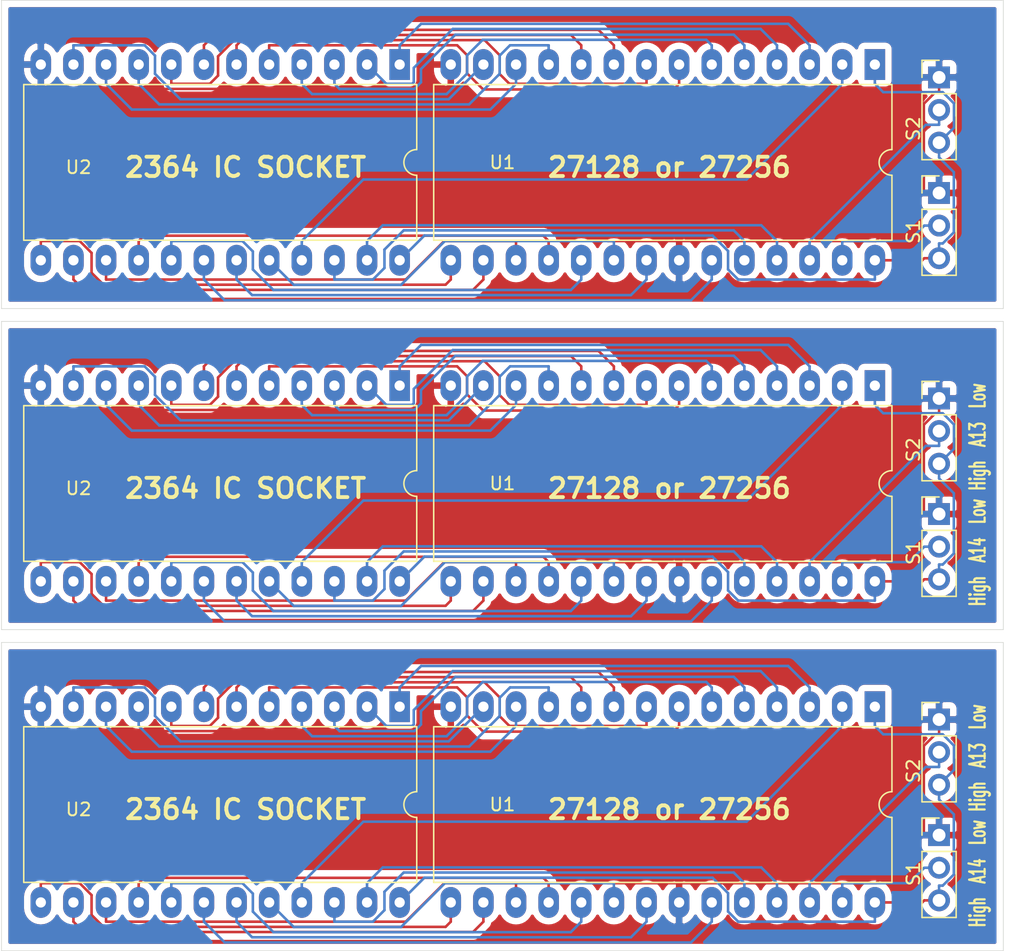
<source format=kicad_pcb>
(kicad_pcb (version 20171130) (host pcbnew "(5.1.9)-1")
  (layers (0 F.Cu signal) (31 B.Cu signal) (34 B.Paste user) (35 F.Paste user) (36 B.SilkS user) (37 F.SilkS user) (38 B.Mask user) (39 F.Mask user) (44 Edge.Cuts user))
  (net 0 "")
  (net 1 +5V)
  (net 2 GND)
  (net 3 "Net-(U1-Pad8)")
  (net 4 "Net-(U1-Pad10)")
  (net 5 "Net-(U1-Pad2)")
  (net 6 "Net-(S1-Pad2)")
  (net 7 "Net-(S2-Pad2)")
  (net 8 "Net-(U1-Pad15)")
  (net 9 "Net-(U1-Pad16)")
  (net 10 "Net-(U1-Pad3)")
  (net 11 "Net-(U1-Pad17)")
  (net 12 "Net-(U1-Pad4)")
  (net 13 "Net-(U1-Pad18)")
  (net 14 "Net-(U1-Pad5)")
  (net 15 "Net-(U1-Pad19)")
  (net 16 "Net-(U1-Pad6)")
  (net 17 "Net-(U1-Pad20)")
  (net 18 "Net-(U1-Pad7)")
  (net 19 "Net-(U1-Pad21)")
  (net 20 "Net-(U1-Pad9)")
  (net 21 "Net-(U1-Pad23)")
  (net 22 "Net-(U1-Pad24)")
  (net 23 "Net-(U1-Pad11)")
  (net 24 "Net-(U1-Pad25)")
  (net 25 "Net-(U1-Pad12)")
  (net 26 "Net-(U1-Pad13)")
  (module Package_DIP:DIP-24_W15.24mm_LongPads (layer F.Cu) (at 61.01 90.98 270)
    (fp_text reference U2 (at 8 25) (layer F.SilkS))
    (fp_text value 2364)
    (pad 24 thru_hole oval (at 15.24 0 270) (size 2.4 1.6) (drill 0.8) (layers *.Cu *.Mask) (net 1 +5V))
    (pad 12 thru_hole oval (at 0 27.94 270) (size 2.4 1.6) (drill 0.8) (layers *.Cu *.Mask) (net 2 GND))
    (pad 23 thru_hole oval (at 15.24 2.54 270) (size 2.4 1.6) (drill 0.8) (layers *.Cu *.Mask) (net 24 "Net-(U1-Pad25)"))
    (pad 11 thru_hole oval (at 0 25.4 270) (size 2.4 1.6) (drill 0.8) (layers *.Cu *.Mask) (net 26 "Net-(U1-Pad13)"))
    (pad 22 thru_hole oval (at 15.24 5.08 270) (size 2.4 1.6) (drill 0.8) (layers *.Cu *.Mask) (net 22 "Net-(U1-Pad24)"))
    (pad 10 thru_hole oval (at 0 22.86 270) (size 2.4 1.6) (drill 0.8) (layers *.Cu *.Mask) (net 25 "Net-(U1-Pad12)"))
    (pad 21 thru_hole oval (at 15.24 7.62 270) (size 2.4 1.6) (drill 0.8) (layers *.Cu *.Mask) (net 5 "Net-(U1-Pad2)"))
    (pad 9 thru_hole oval (at 0 20.32 270) (size 2.4 1.6) (drill 0.8) (layers *.Cu *.Mask) (net 23 "Net-(U1-Pad11)"))
    (pad 20 thru_hole oval (at 15.24 10.16 270) (size 2.4 1.6) (drill 0.8) (layers *.Cu *.Mask) (net 17 "Net-(U1-Pad20)"))
    (pad 8 thru_hole oval (at 0 17.78 270) (size 2.4 1.6) (drill 0.8) (layers *.Cu *.Mask) (net 4 "Net-(U1-Pad10)"))
    (pad 19 thru_hole oval (at 15.24 12.7 270) (size 2.4 1.6) (drill 0.8) (layers *.Cu *.Mask) (net 19 "Net-(U1-Pad21)"))
    (pad 7 thru_hole oval (at 0 15.24 270) (size 2.4 1.6) (drill 0.8) (layers *.Cu *.Mask) (net 20 "Net-(U1-Pad9)"))
    (pad 18 thru_hole oval (at 15.24 15.24 270) (size 2.4 1.6) (drill 0.8) (layers *.Cu *.Mask) (net 21 "Net-(U1-Pad23)"))
    (pad 6 thru_hole oval (at 0 12.7 270) (size 2.4 1.6) (drill 0.8) (layers *.Cu *.Mask) (net 3 "Net-(U1-Pad8)"))
    (pad 17 thru_hole oval (at 15.24 17.78 270) (size 2.4 1.6) (drill 0.8) (layers *.Cu *.Mask) (net 15 "Net-(U1-Pad19)"))
    (pad 5 thru_hole oval (at 0 10.16 270) (size 2.4 1.6) (drill 0.8) (layers *.Cu *.Mask) (net 18 "Net-(U1-Pad7)"))
    (pad 16 thru_hole oval (at 15.24 20.32 270) (size 2.4 1.6) (drill 0.8) (layers *.Cu *.Mask) (net 13 "Net-(U1-Pad18)"))
    (pad 4 thru_hole oval (at 0 7.62 270) (size 2.4 1.6) (drill 0.8) (layers *.Cu *.Mask) (net 16 "Net-(U1-Pad6)"))
    (pad 15 thru_hole oval (at 15.24 22.86 270) (size 2.4 1.6) (drill 0.8) (layers *.Cu *.Mask) (net 11 "Net-(U1-Pad17)"))
    (pad 3 thru_hole oval (at 0 5.08 270) (size 2.4 1.6) (drill 0.8) (layers *.Cu *.Mask) (net 14 "Net-(U1-Pad5)"))
    (pad 14 thru_hole oval (at 15.24 25.4 270) (size 2.4 1.6) (drill 0.8) (layers *.Cu *.Mask) (net 9 "Net-(U1-Pad16)"))
    (pad 2 thru_hole oval (at 0 2.54 270) (size 2.4 1.6) (drill 0.8) (layers *.Cu *.Mask) (net 12 "Net-(U1-Pad4)"))
    (pad 13 thru_hole oval (at 15.24 27.94 270) (size 2.4 1.6) (drill 0.8) (layers *.Cu *.Mask) (net 8 "Net-(U1-Pad15)"))
    (pad 1 thru_hole rect (at 0 0 270) (size 2.4 1.6) (drill 0.8) (layers *.Cu *.Mask) (net 10 "Net-(U1-Pad3)"))
  )
  (module Package_DIP:DIP-28_W15.24mm_LongPads (layer F.Cu) (at 98.01 90.98 270)
    (fp_text reference U1 (at 7.62 29) (layer F.SilkS))
    (fp_text value 27256)
    (pad 28 thru_hole oval (at 15.24 0 270) (size 2.4 1.6) (drill 0.8) (layers *.Cu *.Mask) (net 1 +5V))
    (pad 14 thru_hole oval (at 0 33.02 270) (size 2.4 1.6) (drill 0.8) (layers *.Cu *.Mask) (net 2 GND))
    (pad 27 thru_hole oval (at 15.24 2.54 270) (size 2.4 1.6) (drill 0.8) (layers *.Cu *.Mask) (net 6 "Net-(S1-Pad2)"))
    (pad 13 thru_hole oval (at 0 30.48 270) (size 2.4 1.6) (drill 0.8) (layers *.Cu *.Mask) (net 26 "Net-(U1-Pad13)"))
    (pad 26 thru_hole oval (at 15.24 5.08 270) (size 2.4 1.6) (drill 0.8) (layers *.Cu *.Mask) (net 7 "Net-(S2-Pad2)"))
    (pad 12 thru_hole oval (at 0 27.94 270) (size 2.4 1.6) (drill 0.8) (layers *.Cu *.Mask) (net 25 "Net-(U1-Pad12)"))
    (pad 25 thru_hole oval (at 15.24 7.62 270) (size 2.4 1.6) (drill 0.8) (layers *.Cu *.Mask) (net 24 "Net-(U1-Pad25)"))
    (pad 11 thru_hole oval (at 0 25.4 270) (size 2.4 1.6) (drill 0.8) (layers *.Cu *.Mask) (net 23 "Net-(U1-Pad11)"))
    (pad 24 thru_hole oval (at 15.24 10.16 270) (size 2.4 1.6) (drill 0.8) (layers *.Cu *.Mask) (net 22 "Net-(U1-Pad24)"))
    (pad 10 thru_hole oval (at 0 22.86 270) (size 2.4 1.6) (drill 0.8) (layers *.Cu *.Mask) (net 4 "Net-(U1-Pad10)"))
    (pad 23 thru_hole oval (at 15.24 12.7 270) (size 2.4 1.6) (drill 0.8) (layers *.Cu *.Mask) (net 21 "Net-(U1-Pad23)"))
    (pad 9 thru_hole oval (at 0 20.32 270) (size 2.4 1.6) (drill 0.8) (layers *.Cu *.Mask) (net 20 "Net-(U1-Pad9)"))
    (pad 22 thru_hole oval (at 15.24 15.24 270) (size 2.4 1.6) (drill 0.8) (layers *.Cu *.Mask) (net 2 GND))
    (pad 8 thru_hole oval (at 0 17.78 270) (size 2.4 1.6) (drill 0.8) (layers *.Cu *.Mask) (net 3 "Net-(U1-Pad8)"))
    (pad 21 thru_hole oval (at 15.24 17.78 270) (size 2.4 1.6) (drill 0.8) (layers *.Cu *.Mask) (net 19 "Net-(U1-Pad21)"))
    (pad 7 thru_hole oval (at 0 15.24 270) (size 2.4 1.6) (drill 0.8) (layers *.Cu *.Mask) (net 18 "Net-(U1-Pad7)"))
    (pad 20 thru_hole oval (at 15.24 20.32 270) (size 2.4 1.6) (drill 0.8) (layers *.Cu *.Mask) (net 17 "Net-(U1-Pad20)"))
    (pad 6 thru_hole oval (at 0 12.7 270) (size 2.4 1.6) (drill 0.8) (layers *.Cu *.Mask) (net 16 "Net-(U1-Pad6)"))
    (pad 19 thru_hole oval (at 15.24 22.86 270) (size 2.4 1.6) (drill 0.8) (layers *.Cu *.Mask) (net 15 "Net-(U1-Pad19)"))
    (pad 5 thru_hole oval (at 0 10.16 270) (size 2.4 1.6) (drill 0.8) (layers *.Cu *.Mask) (net 14 "Net-(U1-Pad5)"))
    (pad 18 thru_hole oval (at 15.24 25.4 270) (size 2.4 1.6) (drill 0.8) (layers *.Cu *.Mask) (net 13 "Net-(U1-Pad18)"))
    (pad 4 thru_hole oval (at 0 7.62 270) (size 2.4 1.6) (drill 0.8) (layers *.Cu *.Mask) (net 12 "Net-(U1-Pad4)"))
    (pad 17 thru_hole oval (at 15.24 27.94 270) (size 2.4 1.6) (drill 0.8) (layers *.Cu *.Mask) (net 11 "Net-(U1-Pad17)"))
    (pad 3 thru_hole oval (at 0 5.08 270) (size 2.4 1.6) (drill 0.8) (layers *.Cu *.Mask) (net 10 "Net-(U1-Pad3)"))
    (pad 16 thru_hole oval (at 15.24 30.48 270) (size 2.4 1.6) (drill 0.8) (layers *.Cu *.Mask) (net 9 "Net-(U1-Pad16)"))
    (pad 2 thru_hole oval (at 0 2.54 270) (size 2.4 1.6) (drill 0.8) (layers *.Cu *.Mask) (net 5 "Net-(U1-Pad2)"))
    (pad 15 thru_hole oval (at 15.24 33.02 270) (size 2.4 1.6) (drill 0.8) (layers *.Cu *.Mask) (net 8 "Net-(U1-Pad15)"))
    (pad 1 thru_hole rect (at 0 0 270) (size 2.4 1.6) (drill 0.8) (layers *.Cu *.Mask) (net 1 +5V))
  )
  (module Connector_PinHeader_2.54mm:PinHeader_1x03_P2.54mm_Vertical (layer F.Cu) (at 103.01 91.98)
    (fp_text reference S2 (at -2 4 90) (layer F.SilkS))
    (fp_text value SLIDE_SWITCH_3P)
    (pad 3 thru_hole oval (at 0 5.08) (size 1.7 1.7) (drill 1) (layers *.Cu *.Mask) (net 1 +5V))
    (pad 2 thru_hole oval (at 0 2.54) (size 1.7 1.7) (drill 1) (layers *.Cu *.Mask) (net 7 "Net-(S2-Pad2)"))
    (pad 1 thru_hole rect (at 0 0) (size 1.7 1.7) (drill 1) (layers *.Cu *.Mask) (net 2 GND))
  )
  (module Connector_PinHeader_2.54mm:PinHeader_1x03_P2.54mm_Vertical (layer F.Cu) (at 103.01 100.98)
    (fp_text reference S1 (at -2 3 90) (layer F.SilkS))
    (fp_text value SLIDE_SWITCH_3P)
    (pad 1 thru_hole rect (at 0 0) (size 1.7 1.7) (drill 1) (layers *.Cu *.Mask) (net 2 GND))
    (pad 2 thru_hole oval (at 0 2.54) (size 1.7 1.7) (drill 1) (layers *.Cu *.Mask) (net 6 "Net-(S1-Pad2)"))
    (pad 3 thru_hole oval (at 0 5.08) (size 1.7 1.7) (drill 1) (layers *.Cu *.Mask) (net 1 +5V))
  )
  (module Package_DIP:DIP-24_W15.24mm_LongPads (layer F.Cu) (at 61.01 115.98 270)
    (fp_text reference U2 (at 8 25) (layer F.SilkS))
    (fp_text value 2364)
    (pad 24 thru_hole oval (at 15.24 0 270) (size 2.4 1.6) (drill 0.8) (layers *.Cu *.Mask) (net 1 +5V))
    (pad 12 thru_hole oval (at 0 27.94 270) (size 2.4 1.6) (drill 0.8) (layers *.Cu *.Mask) (net 2 GND))
    (pad 23 thru_hole oval (at 15.24 2.54 270) (size 2.4 1.6) (drill 0.8) (layers *.Cu *.Mask) (net 24 "Net-(U1-Pad25)"))
    (pad 11 thru_hole oval (at 0 25.4 270) (size 2.4 1.6) (drill 0.8) (layers *.Cu *.Mask) (net 26 "Net-(U1-Pad13)"))
    (pad 22 thru_hole oval (at 15.24 5.08 270) (size 2.4 1.6) (drill 0.8) (layers *.Cu *.Mask) (net 22 "Net-(U1-Pad24)"))
    (pad 10 thru_hole oval (at 0 22.86 270) (size 2.4 1.6) (drill 0.8) (layers *.Cu *.Mask) (net 25 "Net-(U1-Pad12)"))
    (pad 21 thru_hole oval (at 15.24 7.62 270) (size 2.4 1.6) (drill 0.8) (layers *.Cu *.Mask) (net 5 "Net-(U1-Pad2)"))
    (pad 9 thru_hole oval (at 0 20.32 270) (size 2.4 1.6) (drill 0.8) (layers *.Cu *.Mask) (net 23 "Net-(U1-Pad11)"))
    (pad 20 thru_hole oval (at 15.24 10.16 270) (size 2.4 1.6) (drill 0.8) (layers *.Cu *.Mask) (net 17 "Net-(U1-Pad20)"))
    (pad 8 thru_hole oval (at 0 17.78 270) (size 2.4 1.6) (drill 0.8) (layers *.Cu *.Mask) (net 4 "Net-(U1-Pad10)"))
    (pad 19 thru_hole oval (at 15.24 12.7 270) (size 2.4 1.6) (drill 0.8) (layers *.Cu *.Mask) (net 19 "Net-(U1-Pad21)"))
    (pad 7 thru_hole oval (at 0 15.24 270) (size 2.4 1.6) (drill 0.8) (layers *.Cu *.Mask) (net 20 "Net-(U1-Pad9)"))
    (pad 18 thru_hole oval (at 15.24 15.24 270) (size 2.4 1.6) (drill 0.8) (layers *.Cu *.Mask) (net 21 "Net-(U1-Pad23)"))
    (pad 6 thru_hole oval (at 0 12.7 270) (size 2.4 1.6) (drill 0.8) (layers *.Cu *.Mask) (net 3 "Net-(U1-Pad8)"))
    (pad 17 thru_hole oval (at 15.24 17.78 270) (size 2.4 1.6) (drill 0.8) (layers *.Cu *.Mask) (net 15 "Net-(U1-Pad19)"))
    (pad 5 thru_hole oval (at 0 10.16 270) (size 2.4 1.6) (drill 0.8) (layers *.Cu *.Mask) (net 18 "Net-(U1-Pad7)"))
    (pad 16 thru_hole oval (at 15.24 20.32 270) (size 2.4 1.6) (drill 0.8) (layers *.Cu *.Mask) (net 13 "Net-(U1-Pad18)"))
    (pad 4 thru_hole oval (at 0 7.62 270) (size 2.4 1.6) (drill 0.8) (layers *.Cu *.Mask) (net 16 "Net-(U1-Pad6)"))
    (pad 15 thru_hole oval (at 15.24 22.86 270) (size 2.4 1.6) (drill 0.8) (layers *.Cu *.Mask) (net 11 "Net-(U1-Pad17)"))
    (pad 3 thru_hole oval (at 0 5.08 270) (size 2.4 1.6) (drill 0.8) (layers *.Cu *.Mask) (net 14 "Net-(U1-Pad5)"))
    (pad 14 thru_hole oval (at 15.24 25.4 270) (size 2.4 1.6) (drill 0.8) (layers *.Cu *.Mask) (net 9 "Net-(U1-Pad16)"))
    (pad 2 thru_hole oval (at 0 2.54 270) (size 2.4 1.6) (drill 0.8) (layers *.Cu *.Mask) (net 12 "Net-(U1-Pad4)"))
    (pad 13 thru_hole oval (at 15.24 27.94 270) (size 2.4 1.6) (drill 0.8) (layers *.Cu *.Mask) (net 8 "Net-(U1-Pad15)"))
    (pad 1 thru_hole rect (at 0 0 270) (size 2.4 1.6) (drill 0.8) (layers *.Cu *.Mask) (net 10 "Net-(U1-Pad3)"))
  )
  (module Package_DIP:DIP-28_W15.24mm_LongPads (layer F.Cu) (at 98.01 115.98 270)
    (fp_text reference U1 (at 7.62 29) (layer F.SilkS))
    (fp_text value 27256)
    (pad 28 thru_hole oval (at 15.24 0 270) (size 2.4 1.6) (drill 0.8) (layers *.Cu *.Mask) (net 1 +5V))
    (pad 14 thru_hole oval (at 0 33.02 270) (size 2.4 1.6) (drill 0.8) (layers *.Cu *.Mask) (net 2 GND))
    (pad 27 thru_hole oval (at 15.24 2.54 270) (size 2.4 1.6) (drill 0.8) (layers *.Cu *.Mask) (net 6 "Net-(S1-Pad2)"))
    (pad 13 thru_hole oval (at 0 30.48 270) (size 2.4 1.6) (drill 0.8) (layers *.Cu *.Mask) (net 26 "Net-(U1-Pad13)"))
    (pad 26 thru_hole oval (at 15.24 5.08 270) (size 2.4 1.6) (drill 0.8) (layers *.Cu *.Mask) (net 7 "Net-(S2-Pad2)"))
    (pad 12 thru_hole oval (at 0 27.94 270) (size 2.4 1.6) (drill 0.8) (layers *.Cu *.Mask) (net 25 "Net-(U1-Pad12)"))
    (pad 25 thru_hole oval (at 15.24 7.62 270) (size 2.4 1.6) (drill 0.8) (layers *.Cu *.Mask) (net 24 "Net-(U1-Pad25)"))
    (pad 11 thru_hole oval (at 0 25.4 270) (size 2.4 1.6) (drill 0.8) (layers *.Cu *.Mask) (net 23 "Net-(U1-Pad11)"))
    (pad 24 thru_hole oval (at 15.24 10.16 270) (size 2.4 1.6) (drill 0.8) (layers *.Cu *.Mask) (net 22 "Net-(U1-Pad24)"))
    (pad 10 thru_hole oval (at 0 22.86 270) (size 2.4 1.6) (drill 0.8) (layers *.Cu *.Mask) (net 4 "Net-(U1-Pad10)"))
    (pad 23 thru_hole oval (at 15.24 12.7 270) (size 2.4 1.6) (drill 0.8) (layers *.Cu *.Mask) (net 21 "Net-(U1-Pad23)"))
    (pad 9 thru_hole oval (at 0 20.32 270) (size 2.4 1.6) (drill 0.8) (layers *.Cu *.Mask) (net 20 "Net-(U1-Pad9)"))
    (pad 22 thru_hole oval (at 15.24 15.24 270) (size 2.4 1.6) (drill 0.8) (layers *.Cu *.Mask) (net 2 GND))
    (pad 8 thru_hole oval (at 0 17.78 270) (size 2.4 1.6) (drill 0.8) (layers *.Cu *.Mask) (net 3 "Net-(U1-Pad8)"))
    (pad 21 thru_hole oval (at 15.24 17.78 270) (size 2.4 1.6) (drill 0.8) (layers *.Cu *.Mask) (net 19 "Net-(U1-Pad21)"))
    (pad 7 thru_hole oval (at 0 15.24 270) (size 2.4 1.6) (drill 0.8) (layers *.Cu *.Mask) (net 18 "Net-(U1-Pad7)"))
    (pad 20 thru_hole oval (at 15.24 20.32 270) (size 2.4 1.6) (drill 0.8) (layers *.Cu *.Mask) (net 17 "Net-(U1-Pad20)"))
    (pad 6 thru_hole oval (at 0 12.7 270) (size 2.4 1.6) (drill 0.8) (layers *.Cu *.Mask) (net 16 "Net-(U1-Pad6)"))
    (pad 19 thru_hole oval (at 15.24 22.86 270) (size 2.4 1.6) (drill 0.8) (layers *.Cu *.Mask) (net 15 "Net-(U1-Pad19)"))
    (pad 5 thru_hole oval (at 0 10.16 270) (size 2.4 1.6) (drill 0.8) (layers *.Cu *.Mask) (net 14 "Net-(U1-Pad5)"))
    (pad 18 thru_hole oval (at 15.24 25.4 270) (size 2.4 1.6) (drill 0.8) (layers *.Cu *.Mask) (net 13 "Net-(U1-Pad18)"))
    (pad 4 thru_hole oval (at 0 7.62 270) (size 2.4 1.6) (drill 0.8) (layers *.Cu *.Mask) (net 12 "Net-(U1-Pad4)"))
    (pad 17 thru_hole oval (at 15.24 27.94 270) (size 2.4 1.6) (drill 0.8) (layers *.Cu *.Mask) (net 11 "Net-(U1-Pad17)"))
    (pad 3 thru_hole oval (at 0 5.08 270) (size 2.4 1.6) (drill 0.8) (layers *.Cu *.Mask) (net 10 "Net-(U1-Pad3)"))
    (pad 16 thru_hole oval (at 15.24 30.48 270) (size 2.4 1.6) (drill 0.8) (layers *.Cu *.Mask) (net 9 "Net-(U1-Pad16)"))
    (pad 2 thru_hole oval (at 0 2.54 270) (size 2.4 1.6) (drill 0.8) (layers *.Cu *.Mask) (net 5 "Net-(U1-Pad2)"))
    (pad 15 thru_hole oval (at 15.24 33.02 270) (size 2.4 1.6) (drill 0.8) (layers *.Cu *.Mask) (net 8 "Net-(U1-Pad15)"))
    (pad 1 thru_hole rect (at 0 0 270) (size 2.4 1.6) (drill 0.8) (layers *.Cu *.Mask) (net 1 +5V))
  )
  (module Connector_PinHeader_2.54mm:PinHeader_1x03_P2.54mm_Vertical (layer F.Cu) (at 103.01 116.98)
    (fp_text reference S2 (at -2 4 90) (layer F.SilkS))
    (fp_text value SLIDE_SWITCH_3P)
    (pad 3 thru_hole oval (at 0 5.08) (size 1.7 1.7) (drill 1) (layers *.Cu *.Mask) (net 1 +5V))
    (pad 2 thru_hole oval (at 0 2.54) (size 1.7 1.7) (drill 1) (layers *.Cu *.Mask) (net 7 "Net-(S2-Pad2)"))
    (pad 1 thru_hole rect (at 0 0) (size 1.7 1.7) (drill 1) (layers *.Cu *.Mask) (net 2 GND))
  )
  (module Connector_PinHeader_2.54mm:PinHeader_1x03_P2.54mm_Vertical (layer F.Cu) (at 103.01 125.98)
    (fp_text reference S1 (at -2 3 90) (layer F.SilkS))
    (fp_text value SLIDE_SWITCH_3P)
    (pad 1 thru_hole rect (at 0 0) (size 1.7 1.7) (drill 1) (layers *.Cu *.Mask) (net 2 GND))
    (pad 2 thru_hole oval (at 0 2.54) (size 1.7 1.7) (drill 1) (layers *.Cu *.Mask) (net 6 "Net-(S1-Pad2)"))
    (pad 3 thru_hole oval (at 0 5.08) (size 1.7 1.7) (drill 1) (layers *.Cu *.Mask) (net 1 +5V))
  )
  (module Connector_PinHeader_2.54mm:PinHeader_1x03_P2.54mm_Vertical (layer F.Cu) (at 103.01 150.98)
    (fp_text reference S1 (at -2 3 90) (layer F.SilkS))
    (fp_text value SLIDE_SWITCH_3P)
    (pad 3 thru_hole oval (at 0 5.08) (size 1.7 1.7) (drill 1) (layers *.Cu *.Mask) (net 1 +5V))
    (pad 2 thru_hole oval (at 0 2.54) (size 1.7 1.7) (drill 1) (layers *.Cu *.Mask) (net 6 "Net-(S1-Pad2)"))
    (pad 1 thru_hole rect (at 0 0) (size 1.7 1.7) (drill 1) (layers *.Cu *.Mask) (net 2 GND))
  )
  (module Connector_PinHeader_2.54mm:PinHeader_1x03_P2.54mm_Vertical (layer F.Cu) (at 103.01 141.98)
    (fp_text reference S2 (at -2 4 90) (layer F.SilkS))
    (fp_text value SLIDE_SWITCH_3P)
    (pad 1 thru_hole rect (at 0 0) (size 1.7 1.7) (drill 1) (layers *.Cu *.Mask) (net 2 GND))
    (pad 2 thru_hole oval (at 0 2.54) (size 1.7 1.7) (drill 1) (layers *.Cu *.Mask) (net 7 "Net-(S2-Pad2)"))
    (pad 3 thru_hole oval (at 0 5.08) (size 1.7 1.7) (drill 1) (layers *.Cu *.Mask) (net 1 +5V))
  )
  (module Package_DIP:DIP-28_W15.24mm_LongPads (layer F.Cu) (at 98.01 140.98 270)
    (fp_text reference U1 (at 7.62 29) (layer F.SilkS))
    (fp_text value 27256)
    (pad 1 thru_hole rect (at 0 0 270) (size 2.4 1.6) (drill 0.8) (layers *.Cu *.Mask) (net 1 +5V))
    (pad 15 thru_hole oval (at 15.24 33.02 270) (size 2.4 1.6) (drill 0.8) (layers *.Cu *.Mask) (net 8 "Net-(U1-Pad15)"))
    (pad 2 thru_hole oval (at 0 2.54 270) (size 2.4 1.6) (drill 0.8) (layers *.Cu *.Mask) (net 5 "Net-(U1-Pad2)"))
    (pad 16 thru_hole oval (at 15.24 30.48 270) (size 2.4 1.6) (drill 0.8) (layers *.Cu *.Mask) (net 9 "Net-(U1-Pad16)"))
    (pad 3 thru_hole oval (at 0 5.08 270) (size 2.4 1.6) (drill 0.8) (layers *.Cu *.Mask) (net 10 "Net-(U1-Pad3)"))
    (pad 17 thru_hole oval (at 15.24 27.94 270) (size 2.4 1.6) (drill 0.8) (layers *.Cu *.Mask) (net 11 "Net-(U1-Pad17)"))
    (pad 4 thru_hole oval (at 0 7.62 270) (size 2.4 1.6) (drill 0.8) (layers *.Cu *.Mask) (net 12 "Net-(U1-Pad4)"))
    (pad 18 thru_hole oval (at 15.24 25.4 270) (size 2.4 1.6) (drill 0.8) (layers *.Cu *.Mask) (net 13 "Net-(U1-Pad18)"))
    (pad 5 thru_hole oval (at 0 10.16 270) (size 2.4 1.6) (drill 0.8) (layers *.Cu *.Mask) (net 14 "Net-(U1-Pad5)"))
    (pad 19 thru_hole oval (at 15.24 22.86 270) (size 2.4 1.6) (drill 0.8) (layers *.Cu *.Mask) (net 15 "Net-(U1-Pad19)"))
    (pad 6 thru_hole oval (at 0 12.7 270) (size 2.4 1.6) (drill 0.8) (layers *.Cu *.Mask) (net 16 "Net-(U1-Pad6)"))
    (pad 20 thru_hole oval (at 15.24 20.32 270) (size 2.4 1.6) (drill 0.8) (layers *.Cu *.Mask) (net 17 "Net-(U1-Pad20)"))
    (pad 7 thru_hole oval (at 0 15.24 270) (size 2.4 1.6) (drill 0.8) (layers *.Cu *.Mask) (net 18 "Net-(U1-Pad7)"))
    (pad 21 thru_hole oval (at 15.24 17.78 270) (size 2.4 1.6) (drill 0.8) (layers *.Cu *.Mask) (net 19 "Net-(U1-Pad21)"))
    (pad 8 thru_hole oval (at 0 17.78 270) (size 2.4 1.6) (drill 0.8) (layers *.Cu *.Mask) (net 3 "Net-(U1-Pad8)"))
    (pad 22 thru_hole oval (at 15.24 15.24 270) (size 2.4 1.6) (drill 0.8) (layers *.Cu *.Mask) (net 2 GND))
    (pad 9 thru_hole oval (at 0 20.32 270) (size 2.4 1.6) (drill 0.8) (layers *.Cu *.Mask) (net 20 "Net-(U1-Pad9)"))
    (pad 23 thru_hole oval (at 15.24 12.7 270) (size 2.4 1.6) (drill 0.8) (layers *.Cu *.Mask) (net 21 "Net-(U1-Pad23)"))
    (pad 10 thru_hole oval (at 0 22.86 270) (size 2.4 1.6) (drill 0.8) (layers *.Cu *.Mask) (net 4 "Net-(U1-Pad10)"))
    (pad 24 thru_hole oval (at 15.24 10.16 270) (size 2.4 1.6) (drill 0.8) (layers *.Cu *.Mask) (net 22 "Net-(U1-Pad24)"))
    (pad 11 thru_hole oval (at 0 25.4 270) (size 2.4 1.6) (drill 0.8) (layers *.Cu *.Mask) (net 23 "Net-(U1-Pad11)"))
    (pad 25 thru_hole oval (at 15.24 7.62 270) (size 2.4 1.6) (drill 0.8) (layers *.Cu *.Mask) (net 24 "Net-(U1-Pad25)"))
    (pad 12 thru_hole oval (at 0 27.94 270) (size 2.4 1.6) (drill 0.8) (layers *.Cu *.Mask) (net 25 "Net-(U1-Pad12)"))
    (pad 26 thru_hole oval (at 15.24 5.08 270) (size 2.4 1.6) (drill 0.8) (layers *.Cu *.Mask) (net 7 "Net-(S2-Pad2)"))
    (pad 13 thru_hole oval (at 0 30.48 270) (size 2.4 1.6) (drill 0.8) (layers *.Cu *.Mask) (net 26 "Net-(U1-Pad13)"))
    (pad 27 thru_hole oval (at 15.24 2.54 270) (size 2.4 1.6) (drill 0.8) (layers *.Cu *.Mask) (net 6 "Net-(S1-Pad2)"))
    (pad 14 thru_hole oval (at 0 33.02 270) (size 2.4 1.6) (drill 0.8) (layers *.Cu *.Mask) (net 2 GND))
    (pad 28 thru_hole oval (at 15.24 0 270) (size 2.4 1.6) (drill 0.8) (layers *.Cu *.Mask) (net 1 +5V))
  )
  (module Package_DIP:DIP-24_W15.24mm_LongPads (layer F.Cu) (at 61.01 140.98 270)
    (fp_text reference U2 (at 8 25) (layer F.SilkS))
    (fp_text value 2364)
    (pad 1 thru_hole rect (at 0 0 270) (size 2.4 1.6) (drill 0.8) (layers *.Cu *.Mask) (net 10 "Net-(U1-Pad3)"))
    (pad 13 thru_hole oval (at 15.24 27.94 270) (size 2.4 1.6) (drill 0.8) (layers *.Cu *.Mask) (net 8 "Net-(U1-Pad15)"))
    (pad 2 thru_hole oval (at 0 2.54 270) (size 2.4 1.6) (drill 0.8) (layers *.Cu *.Mask) (net 12 "Net-(U1-Pad4)"))
    (pad 14 thru_hole oval (at 15.24 25.4 270) (size 2.4 1.6) (drill 0.8) (layers *.Cu *.Mask) (net 9 "Net-(U1-Pad16)"))
    (pad 3 thru_hole oval (at 0 5.08 270) (size 2.4 1.6) (drill 0.8) (layers *.Cu *.Mask) (net 14 "Net-(U1-Pad5)"))
    (pad 15 thru_hole oval (at 15.24 22.86 270) (size 2.4 1.6) (drill 0.8) (layers *.Cu *.Mask) (net 11 "Net-(U1-Pad17)"))
    (pad 4 thru_hole oval (at 0 7.62 270) (size 2.4 1.6) (drill 0.8) (layers *.Cu *.Mask) (net 16 "Net-(U1-Pad6)"))
    (pad 16 thru_hole oval (at 15.24 20.32 270) (size 2.4 1.6) (drill 0.8) (layers *.Cu *.Mask) (net 13 "Net-(U1-Pad18)"))
    (pad 5 thru_hole oval (at 0 10.16 270) (size 2.4 1.6) (drill 0.8) (layers *.Cu *.Mask) (net 18 "Net-(U1-Pad7)"))
    (pad 17 thru_hole oval (at 15.24 17.78 270) (size 2.4 1.6) (drill 0.8) (layers *.Cu *.Mask) (net 15 "Net-(U1-Pad19)"))
    (pad 6 thru_hole oval (at 0 12.7 270) (size 2.4 1.6) (drill 0.8) (layers *.Cu *.Mask) (net 3 "Net-(U1-Pad8)"))
    (pad 18 thru_hole oval (at 15.24 15.24 270) (size 2.4 1.6) (drill 0.8) (layers *.Cu *.Mask) (net 21 "Net-(U1-Pad23)"))
    (pad 7 thru_hole oval (at 0 15.24 270) (size 2.4 1.6) (drill 0.8) (layers *.Cu *.Mask) (net 20 "Net-(U1-Pad9)"))
    (pad 19 thru_hole oval (at 15.24 12.7 270) (size 2.4 1.6) (drill 0.8) (layers *.Cu *.Mask) (net 19 "Net-(U1-Pad21)"))
    (pad 8 thru_hole oval (at 0 17.78 270) (size 2.4 1.6) (drill 0.8) (layers *.Cu *.Mask) (net 4 "Net-(U1-Pad10)"))
    (pad 20 thru_hole oval (at 15.24 10.16 270) (size 2.4 1.6) (drill 0.8) (layers *.Cu *.Mask) (net 17 "Net-(U1-Pad20)"))
    (pad 9 thru_hole oval (at 0 20.32 270) (size 2.4 1.6) (drill 0.8) (layers *.Cu *.Mask) (net 23 "Net-(U1-Pad11)"))
    (pad 21 thru_hole oval (at 15.24 7.62 270) (size 2.4 1.6) (drill 0.8) (layers *.Cu *.Mask) (net 5 "Net-(U1-Pad2)"))
    (pad 10 thru_hole oval (at 0 22.86 270) (size 2.4 1.6) (drill 0.8) (layers *.Cu *.Mask) (net 25 "Net-(U1-Pad12)"))
    (pad 22 thru_hole oval (at 15.24 5.08 270) (size 2.4 1.6) (drill 0.8) (layers *.Cu *.Mask) (net 22 "Net-(U1-Pad24)"))
    (pad 11 thru_hole oval (at 0 25.4 270) (size 2.4 1.6) (drill 0.8) (layers *.Cu *.Mask) (net 26 "Net-(U1-Pad13)"))
    (pad 23 thru_hole oval (at 15.24 2.54 270) (size 2.4 1.6) (drill 0.8) (layers *.Cu *.Mask) (net 24 "Net-(U1-Pad25)"))
    (pad 12 thru_hole oval (at 0 27.94 270) (size 2.4 1.6) (drill 0.8) (layers *.Cu *.Mask) (net 2 GND))
    (pad 24 thru_hole oval (at 15.24 0 270) (size 2.4 1.6) (drill 0.8) (layers *.Cu *.Mask) (net 1 +5V))
  )
  (gr_line (start 30.01 109.98) (end 108.01 109.98) (layer Edge.Cuts) (width 0.05))
  (gr_line (start 108.01 109.98) (end 108.01 85.98) (layer Edge.Cuts) (width 0.05))
  (gr_line (start 30.01 85.98) (end 30.01 109.98) (layer Edge.Cuts) (width 0.05))
  (gr_text "2364 IC SOCKET" (at 49.01 98.98) (layer F.SilkS) (effects (font (size 1.5 1.5) (thickness 0.3))))
  (gr_text "27128 or 27256" (at 82.01 98.98) (layer F.SilkS) (effects (font (size 1.5 1.5) (thickness 0.3))))
  (gr_line (start 108.01 85.98) (end 30.01 85.98) (layer Edge.Cuts) (width 0.05))
  (gr_line (start 30.01 134.98) (end 108.01 134.98) (layer Edge.Cuts) (width 0.05))
  (gr_line (start 108.01 134.98) (end 108.01 110.98) (layer Edge.Cuts) (width 0.05))
  (gr_line (start 30.01 110.98) (end 30.01 134.98) (layer Edge.Cuts) (width 0.05))
  (gr_text "2364 IC SOCKET" (at 49.01 123.98) (layer F.SilkS) (effects (font (size 1.5 1.5) (thickness 0.3))))
  (gr_text "27128 or 27256" (at 82.01 123.98) (layer F.SilkS) (effects (font (size 1.5 1.5) (thickness 0.3))))
  (gr_text "High  A13  Low" (at 106.01 119.98 90) (layer F.SilkS) (effects (font (size 1.2 0.7) (thickness 0.175))))
  (gr_text "High  A14  Low" (at 106.01 128.98 90) (layer F.SilkS) (effects (font (size 1.2 0.7) (thickness 0.175))))
  (gr_line (start 108.01 110.98) (end 30.01 110.98) (layer Edge.Cuts) (width 0.05))
  (gr_line (start 108.01 135.98) (end 30.01 135.98) (layer Edge.Cuts) (width 0.05))
  (gr_text "High  A14  Low" (at 106.01 153.98 90) (layer F.SilkS) (effects (font (size 1.2 0.7) (thickness 0.175))))
  (gr_text "High  A13  Low" (at 106.01 144.98 90) (layer F.SilkS) (effects (font (size 1.2 0.7) (thickness 0.175))))
  (gr_text "27128 or 27256" (at 82.01 148.98) (layer F.SilkS) (effects (font (size 1.5 1.5) (thickness 0.3))))
  (gr_text "2364 IC SOCKET" (at 49.01 148.98) (layer F.SilkS) (effects (font (size 1.5 1.5) (thickness 0.3))))
  (gr_line (start 30.01 135.98) (end 30.01 159.98) (layer Edge.Cuts) (width 0.05))
  (gr_line (start 108.01 159.98) (end 108.01 135.98) (layer Edge.Cuts) (width 0.05))
  (gr_line (start 30.01 159.98) (end 108.01 159.98) (layer Edge.Cuts) (width 0.05))
  (segment (start 103.01 156.06) (end 101.8597 156.06) (width 0.2) (layer F.Cu) (net 1))
  (segment (start 98.01 156.22) (end 101.6997 156.22) (width 0.2) (layer F.Cu) (net 1))
  (segment (start 101.6997 156.22) (end 101.8597 156.06) (width 0.2) (layer F.Cu) (net 1))
  (segment (start 98.01 156.22) (end 98.01 157.7203) (width 0.2) (layer B.Cu) (net 1))
  (segment (start 61.01 156.22) (end 62.9379 154.2921) (width 0.2) (layer B.Cu) (net 1))
  (segment (start 62.9379 154.2921) (end 85.373 154.2921) (width 0.2) (layer B.Cu) (net 1))
  (segment (start 85.373 154.2921) (end 86.58 155.4991) (width 0.2) (layer B.Cu) (net 1))
  (segment (start 86.58 155.4991) (end 86.58 156.9309) (width 0.2) (layer B.Cu) (net 1))
  (segment (start 86.58 156.9309) (end 87.3694 157.7203) (width 0.2) (layer B.Cu) (net 1))
  (segment (start 87.3694 157.7203) (end 98.01 157.7203) (width 0.2) (layer B.Cu) (net 1))
  (segment (start 103.01 147.06) (end 103.01 148.2103) (width 0.2) (layer B.Cu) (net 1))
  (segment (start 103.01 156.06) (end 103.01 154.9097) (width 0.2) (layer B.Cu) (net 1))
  (segment (start 103.01 154.9097) (end 103.2976 154.9097) (width 0.2) (layer B.Cu) (net 1))
  (segment (start 103.2976 154.9097) (end 104.1604 154.0469) (width 0.2) (layer B.Cu) (net 1))
  (segment (start 104.1604 154.0469) (end 104.1604 149.3607) (width 0.2) (layer B.Cu) (net 1))
  (segment (start 104.1604 149.3607) (end 103.01 148.2103) (width 0.2) (layer B.Cu) (net 1))
  (segment (start 98.01 140.98) (end 98.01 142.4803) (width 0.2) (layer B.Cu) (net 1))
  (segment (start 103.01 147.06) (end 104.1715 145.8985) (width 0.2) (layer B.Cu) (net 1))
  (segment (start 104.1715 145.8985) (end 104.1715 144.0107) (width 0.2) (layer B.Cu) (net 1))
  (segment (start 104.1715 144.0107) (end 103.2912 143.1304) (width 0.2) (layer B.Cu) (net 1))
  (segment (start 103.2912 143.1304) (end 98.6601 143.1304) (width 0.2) (layer B.Cu) (net 1))
  (segment (start 98.6601 143.1304) (end 98.01 142.4803) (width 0.2) (layer B.Cu) (net 1))
  (segment (start 103.01 131.06) (end 101.8597 131.06) (width 0.2) (layer F.Cu) (net 1))
  (segment (start 98.01 131.22) (end 101.6997 131.22) (width 0.2) (layer F.Cu) (net 1))
  (segment (start 101.6997 131.22) (end 101.8597 131.06) (width 0.2) (layer F.Cu) (net 1))
  (segment (start 98.01 131.22) (end 98.01 132.7203) (width 0.2) (layer B.Cu) (net 1))
  (segment (start 61.01 131.22) (end 62.9379 129.2921) (width 0.2) (layer B.Cu) (net 1))
  (segment (start 62.9379 129.2921) (end 85.373 129.2921) (width 0.2) (layer B.Cu) (net 1))
  (segment (start 85.373 129.2921) (end 86.58 130.4991) (width 0.2) (layer B.Cu) (net 1))
  (segment (start 86.58 130.4991) (end 86.58 131.9309) (width 0.2) (layer B.Cu) (net 1))
  (segment (start 86.58 131.9309) (end 87.3694 132.7203) (width 0.2) (layer B.Cu) (net 1))
  (segment (start 87.3694 132.7203) (end 98.01 132.7203) (width 0.2) (layer B.Cu) (net 1))
  (segment (start 103.01 122.06) (end 103.01 123.2103) (width 0.2) (layer B.Cu) (net 1))
  (segment (start 103.01 131.06) (end 103.01 129.9097) (width 0.2) (layer B.Cu) (net 1))
  (segment (start 103.01 129.9097) (end 103.2976 129.9097) (width 0.2) (layer B.Cu) (net 1))
  (segment (start 103.2976 129.9097) (end 104.1604 129.0469) (width 0.2) (layer B.Cu) (net 1))
  (segment (start 104.1604 129.0469) (end 104.1604 124.3607) (width 0.2) (layer B.Cu) (net 1))
  (segment (start 104.1604 124.3607) (end 103.01 123.2103) (width 0.2) (layer B.Cu) (net 1))
  (segment (start 98.01 115.98) (end 98.01 117.4803) (width 0.2) (layer B.Cu) (net 1))
  (segment (start 103.01 122.06) (end 104.1715 120.8985) (width 0.2) (layer B.Cu) (net 1))
  (segment (start 104.1715 120.8985) (end 104.1715 119.0107) (width 0.2) (layer B.Cu) (net 1))
  (segment (start 104.1715 119.0107) (end 103.2912 118.1304) (width 0.2) (layer B.Cu) (net 1))
  (segment (start 103.2912 118.1304) (end 98.6601 118.1304) (width 0.2) (layer B.Cu) (net 1))
  (segment (start 98.6601 118.1304) (end 98.01 117.4803) (width 0.2) (layer B.Cu) (net 1))
  (segment (start 103.01 106.06) (end 101.8597 106.06) (width 0.2) (layer F.Cu) (net 1))
  (segment (start 98.01 106.22) (end 101.6997 106.22) (width 0.2) (layer F.Cu) (net 1))
  (segment (start 101.6997 106.22) (end 101.8597 106.06) (width 0.2) (layer F.Cu) (net 1))
  (segment (start 98.01 106.22) (end 98.01 107.7203) (width 0.2) (layer B.Cu) (net 1))
  (segment (start 61.01 106.22) (end 62.9379 104.2921) (width 0.2) (layer B.Cu) (net 1))
  (segment (start 62.9379 104.2921) (end 85.373 104.2921) (width 0.2) (layer B.Cu) (net 1))
  (segment (start 85.373 104.2921) (end 86.58 105.4991) (width 0.2) (layer B.Cu) (net 1))
  (segment (start 86.58 105.4991) (end 86.58 106.9309) (width 0.2) (layer B.Cu) (net 1))
  (segment (start 86.58 106.9309) (end 87.3694 107.7203) (width 0.2) (layer B.Cu) (net 1))
  (segment (start 87.3694 107.7203) (end 98.01 107.7203) (width 0.2) (layer B.Cu) (net 1))
  (segment (start 103.01 97.06) (end 103.01 98.2103) (width 0.2) (layer B.Cu) (net 1))
  (segment (start 103.01 106.06) (end 103.01 104.9097) (width 0.2) (layer B.Cu) (net 1))
  (segment (start 103.01 104.9097) (end 103.2976 104.9097) (width 0.2) (layer B.Cu) (net 1))
  (segment (start 103.2976 104.9097) (end 104.1604 104.0469) (width 0.2) (layer B.Cu) (net 1))
  (segment (start 104.1604 104.0469) (end 104.1604 99.3607) (width 0.2) (layer B.Cu) (net 1))
  (segment (start 104.1604 99.3607) (end 103.01 98.2103) (width 0.2) (layer B.Cu) (net 1))
  (segment (start 98.01 90.98) (end 98.01 92.4803) (width 0.2) (layer B.Cu) (net 1))
  (segment (start 103.01 97.06) (end 104.1715 95.8985) (width 0.2) (layer B.Cu) (net 1))
  (segment (start 104.1715 95.8985) (end 104.1715 94.0107) (width 0.2) (layer B.Cu) (net 1))
  (segment (start 104.1715 94.0107) (end 103.2912 93.1304) (width 0.2) (layer B.Cu) (net 1))
  (segment (start 103.2912 93.1304) (end 98.6601 93.1304) (width 0.2) (layer B.Cu) (net 1))
  (segment (start 98.6601 93.1304) (end 98.01 92.4803) (width 0.2) (layer B.Cu) (net 1))
  (segment (start 33.07 142.4803) (end 33.4703 142.8806) (width 0.2) (layer F.Cu) (net 2))
  (segment (start 33.4703 142.8806) (end 64.5897 142.8806) (width 0.2) (layer F.Cu) (net 2))
  (segment (start 64.5897 142.8806) (end 64.99 142.4803) (width 0.2) (layer F.Cu) (net 2))
  (segment (start 33.07 140.98) (end 33.07 142.4803) (width 0.2) (layer F.Cu) (net 2))
  (segment (start 64.99 142.4803) (end 77.2294 154.7197) (width 0.2) (layer F.Cu) (net 2))
  (segment (start 77.2294 154.7197) (end 82.77 154.7197) (width 0.2) (layer F.Cu) (net 2))
  (segment (start 64.99 140.98) (end 64.99 142.4803) (width 0.2) (layer F.Cu) (net 2))
  (segment (start 101.8234 150.98) (end 98.0837 154.7197) (width 0.2) (layer F.Cu) (net 2))
  (segment (start 98.0837 154.7197) (end 82.77 154.7197) (width 0.2) (layer F.Cu) (net 2))
  (segment (start 102.3348 150.98) (end 101.8234 150.98) (width 0.2) (layer F.Cu) (net 2))
  (segment (start 101.8234 150.98) (end 101.8234 144.0293) (width 0.2) (layer F.Cu) (net 2))
  (segment (start 101.8234 144.0293) (end 102.7224 143.1303) (width 0.2) (layer F.Cu) (net 2))
  (segment (start 102.7224 143.1303) (end 103.01 143.1303) (width 0.2) (layer F.Cu) (net 2))
  (segment (start 103.01 141.98) (end 103.01 143.1303) (width 0.2) (layer F.Cu) (net 2))
  (segment (start 103.01 150.98) (end 102.3348 150.98) (width 0.2) (layer F.Cu) (net 2))
  (segment (start 82.77 156.22) (end 82.77 154.7197) (width 0.2) (layer F.Cu) (net 2))
  (segment (start 33.07 117.4803) (end 33.4703 117.8806) (width 0.2) (layer F.Cu) (net 2))
  (segment (start 33.4703 117.8806) (end 64.5897 117.8806) (width 0.2) (layer F.Cu) (net 2))
  (segment (start 64.5897 117.8806) (end 64.99 117.4803) (width 0.2) (layer F.Cu) (net 2))
  (segment (start 33.07 115.98) (end 33.07 117.4803) (width 0.2) (layer F.Cu) (net 2))
  (segment (start 64.99 117.4803) (end 77.2294 129.7197) (width 0.2) (layer F.Cu) (net 2))
  (segment (start 77.2294 129.7197) (end 82.77 129.7197) (width 0.2) (layer F.Cu) (net 2))
  (segment (start 64.99 115.98) (end 64.99 117.4803) (width 0.2) (layer F.Cu) (net 2))
  (segment (start 101.8234 125.98) (end 98.0837 129.7197) (width 0.2) (layer F.Cu) (net 2))
  (segment (start 98.0837 129.7197) (end 82.77 129.7197) (width 0.2) (layer F.Cu) (net 2))
  (segment (start 102.3348 125.98) (end 101.8234 125.98) (width 0.2) (layer F.Cu) (net 2))
  (segment (start 101.8234 125.98) (end 101.8234 119.0293) (width 0.2) (layer F.Cu) (net 2))
  (segment (start 101.8234 119.0293) (end 102.7224 118.1303) (width 0.2) (layer F.Cu) (net 2))
  (segment (start 102.7224 118.1303) (end 103.01 118.1303) (width 0.2) (layer F.Cu) (net 2))
  (segment (start 103.01 116.98) (end 103.01 118.1303) (width 0.2) (layer F.Cu) (net 2))
  (segment (start 103.01 125.98) (end 102.3348 125.98) (width 0.2) (layer F.Cu) (net 2))
  (segment (start 82.77 131.22) (end 82.77 129.7197) (width 0.2) (layer F.Cu) (net 2))
  (segment (start 33.07 92.4803) (end 33.4703 92.8806) (width 0.2) (layer F.Cu) (net 2))
  (segment (start 33.4703 92.8806) (end 64.5897 92.8806) (width 0.2) (layer F.Cu) (net 2))
  (segment (start 64.5897 92.8806) (end 64.99 92.4803) (width 0.2) (layer F.Cu) (net 2))
  (segment (start 33.07 90.98) (end 33.07 92.4803) (width 0.2) (layer F.Cu) (net 2))
  (segment (start 64.99 92.4803) (end 77.2294 104.7197) (width 0.2) (layer F.Cu) (net 2))
  (segment (start 77.2294 104.7197) (end 82.77 104.7197) (width 0.2) (layer F.Cu) (net 2))
  (segment (start 64.99 90.98) (end 64.99 92.4803) (width 0.2) (layer F.Cu) (net 2))
  (segment (start 101.8234 100.98) (end 98.0837 104.7197) (width 0.2) (layer F.Cu) (net 2))
  (segment (start 98.0837 104.7197) (end 82.77 104.7197) (width 0.2) (layer F.Cu) (net 2))
  (segment (start 102.3348 100.98) (end 101.8234 100.98) (width 0.2) (layer F.Cu) (net 2))
  (segment (start 101.8234 100.98) (end 101.8234 94.0293) (width 0.2) (layer F.Cu) (net 2))
  (segment (start 101.8234 94.0293) (end 102.7224 93.1303) (width 0.2) (layer F.Cu) (net 2))
  (segment (start 102.7224 93.1303) (end 103.01 93.1303) (width 0.2) (layer F.Cu) (net 2))
  (segment (start 103.01 91.98) (end 103.01 93.1303) (width 0.2) (layer F.Cu) (net 2))
  (segment (start 103.01 100.98) (end 102.3348 100.98) (width 0.2) (layer F.Cu) (net 2))
  (segment (start 82.77 106.22) (end 82.77 104.7197) (width 0.2) (layer F.Cu) (net 2))
  (segment (start 80.23 142.4803) (end 69.5571 142.4803) (width 0.2) (layer F.Cu) (net 3))
  (segment (start 69.5571 142.4803) (end 68.8 141.7232) (width 0.2) (layer F.Cu) (net 3))
  (segment (start 68.8 141.7232) (end 68.8 140.2545) (width 0.2) (layer F.Cu) (net 3))
  (segment (start 68.8 140.2545) (end 67.6249 139.0794) (width 0.2) (layer F.Cu) (net 3))
  (segment (start 67.6249 139.0794) (end 48.7103 139.0794) (width 0.2) (layer F.Cu) (net 3))
  (segment (start 48.7103 139.0794) (end 48.31 139.4797) (width 0.2) (layer F.Cu) (net 3))
  (segment (start 80.23 140.98) (end 80.23 142.4803) (width 0.2) (layer F.Cu) (net 3))
  (segment (start 48.31 140.98) (end 48.31 139.4797) (width 0.2) (layer F.Cu) (net 3))
  (segment (start 80.23 117.4803) (end 69.5571 117.4803) (width 0.2) (layer F.Cu) (net 3))
  (segment (start 69.5571 117.4803) (end 68.8 116.7232) (width 0.2) (layer F.Cu) (net 3))
  (segment (start 68.8 116.7232) (end 68.8 115.2545) (width 0.2) (layer F.Cu) (net 3))
  (segment (start 68.8 115.2545) (end 67.6249 114.0794) (width 0.2) (layer F.Cu) (net 3))
  (segment (start 67.6249 114.0794) (end 48.7103 114.0794) (width 0.2) (layer F.Cu) (net 3))
  (segment (start 48.7103 114.0794) (end 48.31 114.4797) (width 0.2) (layer F.Cu) (net 3))
  (segment (start 80.23 115.98) (end 80.23 117.4803) (width 0.2) (layer F.Cu) (net 3))
  (segment (start 48.31 115.98) (end 48.31 114.4797) (width 0.2) (layer F.Cu) (net 3))
  (segment (start 80.23 92.4803) (end 69.5571 92.4803) (width 0.2) (layer F.Cu) (net 3))
  (segment (start 69.5571 92.4803) (end 68.8 91.7232) (width 0.2) (layer F.Cu) (net 3))
  (segment (start 68.8 91.7232) (end 68.8 90.2545) (width 0.2) (layer F.Cu) (net 3))
  (segment (start 68.8 90.2545) (end 67.6249 89.0794) (width 0.2) (layer F.Cu) (net 3))
  (segment (start 67.6249 89.0794) (end 48.7103 89.0794) (width 0.2) (layer F.Cu) (net 3))
  (segment (start 48.7103 89.0794) (end 48.31 89.4797) (width 0.2) (layer F.Cu) (net 3))
  (segment (start 80.23 90.98) (end 80.23 92.4803) (width 0.2) (layer F.Cu) (net 3))
  (segment (start 48.31 90.98) (end 48.31 89.4797) (width 0.2) (layer F.Cu) (net 3))
  (segment (start 43.23 140.98) (end 43.23 142.4803) (width 0.2) (layer F.Cu) (net 4))
  (segment (start 75.15 140.98) (end 75.15 139.4797) (width 0.2) (layer F.Cu) (net 4))
  (segment (start 43.23 142.4803) (end 46.2304 142.4803) (width 0.2) (layer F.Cu) (net 4))
  (segment (start 46.2304 142.4803) (end 46.8704 141.8403) (width 0.2) (layer F.Cu) (net 4))
  (segment (start 46.8704 141.8403) (end 46.8704 140.341) (width 0.2) (layer F.Cu) (net 4))
  (segment (start 46.8704 140.341) (end 48.5323 138.6791) (width 0.2) (layer F.Cu) (net 4))
  (segment (start 48.5323 138.6791) (end 74.3494 138.6791) (width 0.2) (layer F.Cu) (net 4))
  (segment (start 74.3494 138.6791) (end 75.15 139.4797) (width 0.2) (layer F.Cu) (net 4))
  (segment (start 43.23 115.98) (end 43.23 117.4803) (width 0.2) (layer F.Cu) (net 4))
  (segment (start 75.15 115.98) (end 75.15 114.4797) (width 0.2) (layer F.Cu) (net 4))
  (segment (start 43.23 117.4803) (end 46.2304 117.4803) (width 0.2) (layer F.Cu) (net 4))
  (segment (start 46.2304 117.4803) (end 46.8704 116.8403) (width 0.2) (layer F.Cu) (net 4))
  (segment (start 46.8704 116.8403) (end 46.8704 115.341) (width 0.2) (layer F.Cu) (net 4))
  (segment (start 46.8704 115.341) (end 48.5323 113.6791) (width 0.2) (layer F.Cu) (net 4))
  (segment (start 48.5323 113.6791) (end 74.3494 113.6791) (width 0.2) (layer F.Cu) (net 4))
  (segment (start 74.3494 113.6791) (end 75.15 114.4797) (width 0.2) (layer F.Cu) (net 4))
  (segment (start 43.23 90.98) (end 43.23 92.4803) (width 0.2) (layer F.Cu) (net 4))
  (segment (start 75.15 90.98) (end 75.15 89.4797) (width 0.2) (layer F.Cu) (net 4))
  (segment (start 43.23 92.4803) (end 46.2304 92.4803) (width 0.2) (layer F.Cu) (net 4))
  (segment (start 46.2304 92.4803) (end 46.8704 91.8403) (width 0.2) (layer F.Cu) (net 4))
  (segment (start 46.8704 91.8403) (end 46.8704 90.341) (width 0.2) (layer F.Cu) (net 4))
  (segment (start 46.8704 90.341) (end 48.5323 88.6791) (width 0.2) (layer F.Cu) (net 4))
  (segment (start 48.5323 88.6791) (end 74.3494 88.6791) (width 0.2) (layer F.Cu) (net 4))
  (segment (start 74.3494 88.6791) (end 75.15 89.4797) (width 0.2) (layer F.Cu) (net 4))
  (segment (start 95.47 140.98) (end 95.47 142.4803) (width 0.2) (layer B.Cu) (net 5))
  (segment (start 53.39 156.22) (end 53.39 154.7197) (width 0.2) (layer B.Cu) (net 5))
  (segment (start 53.39 154.7197) (end 58.1775 149.9322) (width 0.2) (layer B.Cu) (net 5))
  (segment (start 58.1775 149.9322) (end 88.0181 149.9322) (width 0.2) (layer B.Cu) (net 5))
  (segment (start 88.0181 149.9322) (end 95.47 142.4803) (width 0.2) (layer B.Cu) (net 5))
  (segment (start 95.47 115.98) (end 95.47 117.4803) (width 0.2) (layer B.Cu) (net 5))
  (segment (start 53.39 131.22) (end 53.39 129.7197) (width 0.2) (layer B.Cu) (net 5))
  (segment (start 53.39 129.7197) (end 58.1775 124.9322) (width 0.2) (layer B.Cu) (net 5))
  (segment (start 58.1775 124.9322) (end 88.0181 124.9322) (width 0.2) (layer B.Cu) (net 5))
  (segment (start 88.0181 124.9322) (end 95.47 117.4803) (width 0.2) (layer B.Cu) (net 5))
  (segment (start 95.47 90.98) (end 95.47 92.4803) (width 0.2) (layer B.Cu) (net 5))
  (segment (start 53.39 106.22) (end 53.39 104.7197) (width 0.2) (layer B.Cu) (net 5))
  (segment (start 53.39 104.7197) (end 58.1775 99.9322) (width 0.2) (layer B.Cu) (net 5))
  (segment (start 58.1775 99.9322) (end 88.0181 99.9322) (width 0.2) (layer B.Cu) (net 5))
  (segment (start 88.0181 99.9322) (end 95.47 92.4803) (width 0.2) (layer B.Cu) (net 5))
  (segment (start 103.01 153.52) (end 101.8597 153.52) (width 0.2) (layer B.Cu) (net 6))
  (segment (start 95.47 156.22) (end 95.47 154.7197) (width 0.2) (layer B.Cu) (net 6))
  (segment (start 95.47 154.7197) (end 100.66 154.7197) (width 0.2) (layer B.Cu) (net 6))
  (segment (start 100.66 154.7197) (end 101.8597 153.52) (width 0.2) (layer B.Cu) (net 6))
  (segment (start 103.01 128.52) (end 101.8597 128.52) (width 0.2) (layer B.Cu) (net 6))
  (segment (start 95.47 131.22) (end 95.47 129.7197) (width 0.2) (layer B.Cu) (net 6))
  (segment (start 95.47 129.7197) (end 100.66 129.7197) (width 0.2) (layer B.Cu) (net 6))
  (segment (start 100.66 129.7197) (end 101.8597 128.52) (width 0.2) (layer B.Cu) (net 6))
  (segment (start 103.01 103.52) (end 101.8597 103.52) (width 0.2) (layer B.Cu) (net 6))
  (segment (start 95.47 106.22) (end 95.47 104.7197) (width 0.2) (layer B.Cu) (net 6))
  (segment (start 95.47 104.7197) (end 100.66 104.7197) (width 0.2) (layer B.Cu) (net 6))
  (segment (start 100.66 104.7197) (end 101.8597 103.52) (width 0.2) (layer B.Cu) (net 6))
  (segment (start 92.93 156.22) (end 92.93 154.7197) (width 0.2) (layer B.Cu) (net 7))
  (segment (start 103.01 144.52) (end 103.01 145.6703) (width 0.2) (layer B.Cu) (net 7))
  (segment (start 92.93 154.7197) (end 101.9794 145.6703) (width 0.2) (layer B.Cu) (net 7))
  (segment (start 101.9794 145.6703) (end 103.01 145.6703) (width 0.2) (layer B.Cu) (net 7))
  (segment (start 92.93 131.22) (end 92.93 129.7197) (width 0.2) (layer B.Cu) (net 7))
  (segment (start 103.01 119.52) (end 103.01 120.6703) (width 0.2) (layer B.Cu) (net 7))
  (segment (start 92.93 129.7197) (end 101.9794 120.6703) (width 0.2) (layer B.Cu) (net 7))
  (segment (start 101.9794 120.6703) (end 103.01 120.6703) (width 0.2) (layer B.Cu) (net 7))
  (segment (start 92.93 106.22) (end 92.93 104.7197) (width 0.2) (layer B.Cu) (net 7))
  (segment (start 103.01 94.52) (end 103.01 95.6703) (width 0.2) (layer B.Cu) (net 7))
  (segment (start 92.93 104.7197) (end 101.9794 95.6703) (width 0.2) (layer B.Cu) (net 7))
  (segment (start 101.9794 95.6703) (end 103.01 95.6703) (width 0.2) (layer B.Cu) (net 7))
  (segment (start 64.99 156.22) (end 64.99 157.7203) (width 0.2) (layer F.Cu) (net 8))
  (segment (start 33.07 156.22) (end 33.07 154.7197) (width 0.2) (layer F.Cu) (net 8))
  (segment (start 33.07 154.7197) (end 36.0936 154.7197) (width 0.2) (layer F.Cu) (net 8))
  (segment (start 36.0936 154.7197) (end 37.0215 155.6476) (width 0.2) (layer F.Cu) (net 8))
  (segment (start 37.0215 155.6476) (end 37.0215 157.1955) (width 0.2) (layer F.Cu) (net 8))
  (segment (start 37.0215 157.1955) (end 37.9499 158.1239) (width 0.2) (layer F.Cu) (net 8))
  (segment (start 37.9499 158.1239) (end 64.5864 158.1239) (width 0.2) (layer F.Cu) (net 8))
  (segment (start 64.5864 158.1239) (end 64.99 157.7203) (width 0.2) (layer F.Cu) (net 8))
  (segment (start 64.99 131.22) (end 64.99 132.7203) (width 0.2) (layer F.Cu) (net 8))
  (segment (start 33.07 131.22) (end 33.07 129.7197) (width 0.2) (layer F.Cu) (net 8))
  (segment (start 33.07 129.7197) (end 36.0936 129.7197) (width 0.2) (layer F.Cu) (net 8))
  (segment (start 36.0936 129.7197) (end 37.0215 130.6476) (width 0.2) (layer F.Cu) (net 8))
  (segment (start 37.0215 130.6476) (end 37.0215 132.1955) (width 0.2) (layer F.Cu) (net 8))
  (segment (start 37.0215 132.1955) (end 37.9499 133.1239) (width 0.2) (layer F.Cu) (net 8))
  (segment (start 37.9499 133.1239) (end 64.5864 133.1239) (width 0.2) (layer F.Cu) (net 8))
  (segment (start 64.5864 133.1239) (end 64.99 132.7203) (width 0.2) (layer F.Cu) (net 8))
  (segment (start 64.99 106.22) (end 64.99 107.7203) (width 0.2) (layer F.Cu) (net 8))
  (segment (start 33.07 106.22) (end 33.07 104.7197) (width 0.2) (layer F.Cu) (net 8))
  (segment (start 33.07 104.7197) (end 36.0936 104.7197) (width 0.2) (layer F.Cu) (net 8))
  (segment (start 36.0936 104.7197) (end 37.0215 105.6476) (width 0.2) (layer F.Cu) (net 8))
  (segment (start 37.0215 105.6476) (end 37.0215 107.1955) (width 0.2) (layer F.Cu) (net 8))
  (segment (start 37.0215 107.1955) (end 37.9499 108.1239) (width 0.2) (layer F.Cu) (net 8))
  (segment (start 37.9499 108.1239) (end 64.5864 108.1239) (width 0.2) (layer F.Cu) (net 8))
  (segment (start 64.5864 108.1239) (end 64.99 107.7203) (width 0.2) (layer F.Cu) (net 8))
  (segment (start 35.61 157.7203) (end 36.4141 158.5244) (width 0.2) (layer F.Cu) (net 9))
  (segment (start 36.4141 158.5244) (end 66.7259 158.5244) (width 0.2) (layer F.Cu) (net 9))
  (segment (start 66.7259 158.5244) (end 67.53 157.7203) (width 0.2) (layer F.Cu) (net 9))
  (segment (start 67.53 156.22) (end 67.53 157.7203) (width 0.2) (layer F.Cu) (net 9))
  (segment (start 35.61 156.22) (end 35.61 157.7203) (width 0.2) (layer F.Cu) (net 9))
  (segment (start 35.61 132.7203) (end 36.4141 133.5244) (width 0.2) (layer F.Cu) (net 9))
  (segment (start 36.4141 133.5244) (end 66.7259 133.5244) (width 0.2) (layer F.Cu) (net 9))
  (segment (start 66.7259 133.5244) (end 67.53 132.7203) (width 0.2) (layer F.Cu) (net 9))
  (segment (start 67.53 131.22) (end 67.53 132.7203) (width 0.2) (layer F.Cu) (net 9))
  (segment (start 35.61 131.22) (end 35.61 132.7203) (width 0.2) (layer F.Cu) (net 9))
  (segment (start 35.61 107.7203) (end 36.4141 108.5244) (width 0.2) (layer F.Cu) (net 9))
  (segment (start 36.4141 108.5244) (end 66.7259 108.5244) (width 0.2) (layer F.Cu) (net 9))
  (segment (start 66.7259 108.5244) (end 67.53 107.7203) (width 0.2) (layer F.Cu) (net 9))
  (segment (start 67.53 106.22) (end 67.53 107.7203) (width 0.2) (layer F.Cu) (net 9))
  (segment (start 35.61 106.22) (end 35.61 107.7203) (width 0.2) (layer F.Cu) (net 9))
  (segment (start 92.93 139.4797) (end 91.26 137.8097) (width 0.2) (layer B.Cu) (net 10))
  (segment (start 91.26 137.8097) (end 62.68 137.8097) (width 0.2) (layer B.Cu) (net 10))
  (segment (start 62.68 137.8097) (end 61.01 139.4797) (width 0.2) (layer B.Cu) (net 10))
  (segment (start 92.93 140.98) (end 92.93 139.4797) (width 0.2) (layer B.Cu) (net 10))
  (segment (start 61.01 140.98) (end 61.01 139.4797) (width 0.2) (layer B.Cu) (net 10))
  (segment (start 92.93 114.4797) (end 91.26 112.8097) (width 0.2) (layer B.Cu) (net 10))
  (segment (start 91.26 112.8097) (end 62.68 112.8097) (width 0.2) (layer B.Cu) (net 10))
  (segment (start 62.68 112.8097) (end 61.01 114.4797) (width 0.2) (layer B.Cu) (net 10))
  (segment (start 92.93 115.98) (end 92.93 114.4797) (width 0.2) (layer B.Cu) (net 10))
  (segment (start 61.01 115.98) (end 61.01 114.4797) (width 0.2) (layer B.Cu) (net 10))
  (segment (start 92.93 89.4797) (end 91.26 87.8097) (width 0.2) (layer B.Cu) (net 10))
  (segment (start 91.26 87.8097) (end 62.68 87.8097) (width 0.2) (layer B.Cu) (net 10))
  (segment (start 62.68 87.8097) (end 61.01 89.4797) (width 0.2) (layer B.Cu) (net 10))
  (segment (start 92.93 90.98) (end 92.93 89.4797) (width 0.2) (layer B.Cu) (net 10))
  (segment (start 61.01 90.98) (end 61.01 89.4797) (width 0.2) (layer B.Cu) (net 10))
  (segment (start 70.07 156.22) (end 70.07 154.7197) (width 0.2) (layer F.Cu) (net 11))
  (segment (start 38.15 156.22) (end 38.15 157.7203) (width 0.2) (layer F.Cu) (net 11))
  (segment (start 38.15 157.7203) (end 61.4833 157.7203) (width 0.2) (layer F.Cu) (net 11))
  (segment (start 61.4833 157.7203) (end 64.4839 154.7197) (width 0.2) (layer F.Cu) (net 11))
  (segment (start 64.4839 154.7197) (end 70.07 154.7197) (width 0.2) (layer F.Cu) (net 11))
  (segment (start 70.07 131.22) (end 70.07 129.7197) (width 0.2) (layer F.Cu) (net 11))
  (segment (start 38.15 131.22) (end 38.15 132.7203) (width 0.2) (layer F.Cu) (net 11))
  (segment (start 38.15 132.7203) (end 61.4833 132.7203) (width 0.2) (layer F.Cu) (net 11))
  (segment (start 61.4833 132.7203) (end 64.4839 129.7197) (width 0.2) (layer F.Cu) (net 11))
  (segment (start 64.4839 129.7197) (end 70.07 129.7197) (width 0.2) (layer F.Cu) (net 11))
  (segment (start 70.07 106.22) (end 70.07 104.7197) (width 0.2) (layer F.Cu) (net 11))
  (segment (start 38.15 106.22) (end 38.15 107.7203) (width 0.2) (layer F.Cu) (net 11))
  (segment (start 38.15 107.7203) (end 61.4833 107.7203) (width 0.2) (layer F.Cu) (net 11))
  (segment (start 61.4833 107.7203) (end 64.4839 104.7197) (width 0.2) (layer F.Cu) (net 11))
  (segment (start 64.4839 104.7197) (end 70.07 104.7197) (width 0.2) (layer F.Cu) (net 11))
  (segment (start 90.39 140.98) (end 90.39 139.4797) (width 0.2) (layer B.Cu) (net 12))
  (segment (start 58.47 140.98) (end 59.9703 142.4803) (width 0.2) (layer B.Cu) (net 12))
  (segment (start 59.9703 142.4803) (end 61.9873 142.4803) (width 0.2) (layer B.Cu) (net 12))
  (segment (start 61.9873 142.4803) (end 62.1104 142.3572) (width 0.2) (layer B.Cu) (net 12))
  (segment (start 62.1104 142.3572) (end 62.1104 141.2397) (width 0.2) (layer B.Cu) (net 12))
  (segment (start 62.1104 141.2397) (end 65.1401 138.21) (width 0.2) (layer B.Cu) (net 12))
  (segment (start 65.1401 138.21) (end 89.1203 138.21) (width 0.2) (layer B.Cu) (net 12))
  (segment (start 89.1203 138.21) (end 90.39 139.4797) (width 0.2) (layer B.Cu) (net 12))
  (segment (start 90.39 115.98) (end 90.39 114.4797) (width 0.2) (layer B.Cu) (net 12))
  (segment (start 58.47 115.98) (end 59.9703 117.4803) (width 0.2) (layer B.Cu) (net 12))
  (segment (start 59.9703 117.4803) (end 61.9873 117.4803) (width 0.2) (layer B.Cu) (net 12))
  (segment (start 61.9873 117.4803) (end 62.1104 117.3572) (width 0.2) (layer B.Cu) (net 12))
  (segment (start 62.1104 117.3572) (end 62.1104 116.2397) (width 0.2) (layer B.Cu) (net 12))
  (segment (start 62.1104 116.2397) (end 65.1401 113.21) (width 0.2) (layer B.Cu) (net 12))
  (segment (start 65.1401 113.21) (end 89.1203 113.21) (width 0.2) (layer B.Cu) (net 12))
  (segment (start 89.1203 113.21) (end 90.39 114.4797) (width 0.2) (layer B.Cu) (net 12))
  (segment (start 90.39 90.98) (end 90.39 89.4797) (width 0.2) (layer B.Cu) (net 12))
  (segment (start 58.47 90.98) (end 59.9703 92.4803) (width 0.2) (layer B.Cu) (net 12))
  (segment (start 59.9703 92.4803) (end 61.9873 92.4803) (width 0.2) (layer B.Cu) (net 12))
  (segment (start 61.9873 92.4803) (end 62.1104 92.3572) (width 0.2) (layer B.Cu) (net 12))
  (segment (start 62.1104 92.3572) (end 62.1104 91.2397) (width 0.2) (layer B.Cu) (net 12))
  (segment (start 62.1104 91.2397) (end 65.1401 88.21) (width 0.2) (layer B.Cu) (net 12))
  (segment (start 65.1401 88.21) (end 89.1203 88.21) (width 0.2) (layer B.Cu) (net 12))
  (segment (start 89.1203 88.21) (end 90.39 89.4797) (width 0.2) (layer B.Cu) (net 12))
  (segment (start 72.61 154.7197) (end 72.1972 154.3069) (width 0.2) (layer F.Cu) (net 13))
  (segment (start 72.1972 154.3069) (end 41.1028 154.3069) (width 0.2) (layer F.Cu) (net 13))
  (segment (start 41.1028 154.3069) (end 40.69 154.7197) (width 0.2) (layer F.Cu) (net 13))
  (segment (start 72.61 156.22) (end 72.61 154.7197) (width 0.2) (layer F.Cu) (net 13))
  (segment (start 40.69 156.22) (end 40.69 154.7197) (width 0.2) (layer F.Cu) (net 13))
  (segment (start 72.61 129.7197) (end 72.1972 129.3069) (width 0.2) (layer F.Cu) (net 13))
  (segment (start 72.1972 129.3069) (end 41.1028 129.3069) (width 0.2) (layer F.Cu) (net 13))
  (segment (start 41.1028 129.3069) (end 40.69 129.7197) (width 0.2) (layer F.Cu) (net 13))
  (segment (start 72.61 131.22) (end 72.61 129.7197) (width 0.2) (layer F.Cu) (net 13))
  (segment (start 40.69 131.22) (end 40.69 129.7197) (width 0.2) (layer F.Cu) (net 13))
  (segment (start 72.61 104.7197) (end 72.1972 104.3069) (width 0.2) (layer F.Cu) (net 13))
  (segment (start 72.1972 104.3069) (end 41.1028 104.3069) (width 0.2) (layer F.Cu) (net 13))
  (segment (start 41.1028 104.3069) (end 40.69 104.7197) (width 0.2) (layer F.Cu) (net 13))
  (segment (start 72.61 106.22) (end 72.61 104.7197) (width 0.2) (layer F.Cu) (net 13))
  (segment (start 40.69 106.22) (end 40.69 104.7197) (width 0.2) (layer F.Cu) (net 13))
  (segment (start 55.93 142.4803) (end 56.3303 142.8806) (width 0.2) (layer B.Cu) (net 14))
  (segment (start 56.3303 142.8806) (end 62.1531 142.8806) (width 0.2) (layer B.Cu) (net 14))
  (segment (start 62.1531 142.8806) (end 62.6687 142.365) (width 0.2) (layer B.Cu) (net 14))
  (segment (start 62.6687 142.365) (end 62.6687 141.3299) (width 0.2) (layer B.Cu) (net 14))
  (segment (start 62.6687 141.3299) (end 65.3435 138.6551) (width 0.2) (layer B.Cu) (net 14))
  (segment (start 65.3435 138.6551) (end 87.0254 138.6551) (width 0.2) (layer B.Cu) (net 14))
  (segment (start 87.0254 138.6551) (end 87.85 139.4797) (width 0.2) (layer B.Cu) (net 14))
  (segment (start 87.85 140.98) (end 87.85 139.4797) (width 0.2) (layer B.Cu) (net 14))
  (segment (start 55.93 140.98) (end 55.93 142.4803) (width 0.2) (layer B.Cu) (net 14))
  (segment (start 55.93 117.4803) (end 56.3303 117.8806) (width 0.2) (layer B.Cu) (net 14))
  (segment (start 56.3303 117.8806) (end 62.1531 117.8806) (width 0.2) (layer B.Cu) (net 14))
  (segment (start 62.1531 117.8806) (end 62.6687 117.365) (width 0.2) (layer B.Cu) (net 14))
  (segment (start 62.6687 117.365) (end 62.6687 116.3299) (width 0.2) (layer B.Cu) (net 14))
  (segment (start 62.6687 116.3299) (end 65.3435 113.6551) (width 0.2) (layer B.Cu) (net 14))
  (segment (start 65.3435 113.6551) (end 87.0254 113.6551) (width 0.2) (layer B.Cu) (net 14))
  (segment (start 87.0254 113.6551) (end 87.85 114.4797) (width 0.2) (layer B.Cu) (net 14))
  (segment (start 87.85 115.98) (end 87.85 114.4797) (width 0.2) (layer B.Cu) (net 14))
  (segment (start 55.93 115.98) (end 55.93 117.4803) (width 0.2) (layer B.Cu) (net 14))
  (segment (start 55.93 92.4803) (end 56.3303 92.8806) (width 0.2) (layer B.Cu) (net 14))
  (segment (start 56.3303 92.8806) (end 62.1531 92.8806) (width 0.2) (layer B.Cu) (net 14))
  (segment (start 62.1531 92.8806) (end 62.6687 92.365) (width 0.2) (layer B.Cu) (net 14))
  (segment (start 62.6687 92.365) (end 62.6687 91.3299) (width 0.2) (layer B.Cu) (net 14))
  (segment (start 62.6687 91.3299) (end 65.3435 88.6551) (width 0.2) (layer B.Cu) (net 14))
  (segment (start 65.3435 88.6551) (end 87.0254 88.6551) (width 0.2) (layer B.Cu) (net 14))
  (segment (start 87.0254 88.6551) (end 87.85 89.4797) (width 0.2) (layer B.Cu) (net 14))
  (segment (start 87.85 90.98) (end 87.85 89.4797) (width 0.2) (layer B.Cu) (net 14))
  (segment (start 55.93 90.98) (end 55.93 92.4803) (width 0.2) (layer B.Cu) (net 14))
  (segment (start 43.23 154.7197) (end 48.7668 154.7197) (width 0.2) (layer B.Cu) (net 15))
  (segment (start 48.7668 154.7197) (end 49.58 155.5329) (width 0.2) (layer B.Cu) (net 15))
  (segment (start 49.58 155.5329) (end 49.58 156.9341) (width 0.2) (layer B.Cu) (net 15))
  (segment (start 49.58 156.9341) (end 51.1792 158.5333) (width 0.2) (layer B.Cu) (net 15))
  (segment (start 51.1792 158.5333) (end 74.337 158.5333) (width 0.2) (layer B.Cu) (net 15))
  (segment (start 74.337 158.5333) (end 75.15 157.7203) (width 0.2) (layer B.Cu) (net 15))
  (segment (start 75.15 156.22) (end 75.15 157.7203) (width 0.2) (layer B.Cu) (net 15))
  (segment (start 43.23 156.22) (end 43.23 154.7197) (width 0.2) (layer B.Cu) (net 15))
  (segment (start 43.23 129.7197) (end 48.7668 129.7197) (width 0.2) (layer B.Cu) (net 15))
  (segment (start 48.7668 129.7197) (end 49.58 130.5329) (width 0.2) (layer B.Cu) (net 15))
  (segment (start 49.58 130.5329) (end 49.58 131.9341) (width 0.2) (layer B.Cu) (net 15))
  (segment (start 49.58 131.9341) (end 51.1792 133.5333) (width 0.2) (layer B.Cu) (net 15))
  (segment (start 51.1792 133.5333) (end 74.337 133.5333) (width 0.2) (layer B.Cu) (net 15))
  (segment (start 74.337 133.5333) (end 75.15 132.7203) (width 0.2) (layer B.Cu) (net 15))
  (segment (start 75.15 131.22) (end 75.15 132.7203) (width 0.2) (layer B.Cu) (net 15))
  (segment (start 43.23 131.22) (end 43.23 129.7197) (width 0.2) (layer B.Cu) (net 15))
  (segment (start 43.23 104.7197) (end 48.7668 104.7197) (width 0.2) (layer B.Cu) (net 15))
  (segment (start 48.7668 104.7197) (end 49.58 105.5329) (width 0.2) (layer B.Cu) (net 15))
  (segment (start 49.58 105.5329) (end 49.58 106.9341) (width 0.2) (layer B.Cu) (net 15))
  (segment (start 49.58 106.9341) (end 51.1792 108.5333) (width 0.2) (layer B.Cu) (net 15))
  (segment (start 51.1792 108.5333) (end 74.337 108.5333) (width 0.2) (layer B.Cu) (net 15))
  (segment (start 74.337 108.5333) (end 75.15 107.7203) (width 0.2) (layer B.Cu) (net 15))
  (segment (start 75.15 106.22) (end 75.15 107.7203) (width 0.2) (layer B.Cu) (net 15))
  (segment (start 43.23 106.22) (end 43.23 104.7197) (width 0.2) (layer B.Cu) (net 15))
  (segment (start 53.39 142.4803) (end 54.1906 143.2809) (width 0.2) (layer B.Cu) (net 16))
  (segment (start 54.1906 143.2809) (end 64.6628 143.2809) (width 0.2) (layer B.Cu) (net 16))
  (segment (start 64.6628 143.2809) (end 66.26 141.6837) (width 0.2) (layer B.Cu) (net 16))
  (segment (start 66.26 141.6837) (end 66.26 140.2699) (width 0.2) (layer B.Cu) (net 16))
  (segment (start 66.26 140.2699) (end 67.4745 139.0554) (width 0.2) (layer B.Cu) (net 16))
  (segment (start 67.4745 139.0554) (end 84.8857 139.0554) (width 0.2) (layer B.Cu) (net 16))
  (segment (start 84.8857 139.0554) (end 85.31 139.4797) (width 0.2) (layer B.Cu) (net 16))
  (segment (start 85.31 140.98) (end 85.31 139.4797) (width 0.2) (layer B.Cu) (net 16))
  (segment (start 53.39 140.98) (end 53.39 142.4803) (width 0.2) (layer B.Cu) (net 16))
  (segment (start 53.39 117.4803) (end 54.1906 118.2809) (width 0.2) (layer B.Cu) (net 16))
  (segment (start 54.1906 118.2809) (end 64.6628 118.2809) (width 0.2) (layer B.Cu) (net 16))
  (segment (start 64.6628 118.2809) (end 66.26 116.6837) (width 0.2) (layer B.Cu) (net 16))
  (segment (start 66.26 116.6837) (end 66.26 115.2699) (width 0.2) (layer B.Cu) (net 16))
  (segment (start 66.26 115.2699) (end 67.4745 114.0554) (width 0.2) (layer B.Cu) (net 16))
  (segment (start 67.4745 114.0554) (end 84.8857 114.0554) (width 0.2) (layer B.Cu) (net 16))
  (segment (start 84.8857 114.0554) (end 85.31 114.4797) (width 0.2) (layer B.Cu) (net 16))
  (segment (start 85.31 115.98) (end 85.31 114.4797) (width 0.2) (layer B.Cu) (net 16))
  (segment (start 53.39 115.98) (end 53.39 117.4803) (width 0.2) (layer B.Cu) (net 16))
  (segment (start 53.39 92.4803) (end 54.1906 93.2809) (width 0.2) (layer B.Cu) (net 16))
  (segment (start 54.1906 93.2809) (end 64.6628 93.2809) (width 0.2) (layer B.Cu) (net 16))
  (segment (start 64.6628 93.2809) (end 66.26 91.6837) (width 0.2) (layer B.Cu) (net 16))
  (segment (start 66.26 91.6837) (end 66.26 90.2699) (width 0.2) (layer B.Cu) (net 16))
  (segment (start 66.26 90.2699) (end 67.4745 89.0554) (width 0.2) (layer B.Cu) (net 16))
  (segment (start 67.4745 89.0554) (end 84.8857 89.0554) (width 0.2) (layer B.Cu) (net 16))
  (segment (start 84.8857 89.0554) (end 85.31 89.4797) (width 0.2) (layer B.Cu) (net 16))
  (segment (start 85.31 90.98) (end 85.31 89.4797) (width 0.2) (layer B.Cu) (net 16))
  (segment (start 53.39 90.98) (end 53.39 92.4803) (width 0.2) (layer B.Cu) (net 16))
  (segment (start 77.69 156.22) (end 77.69 154.7197) (width 0.2) (layer B.Cu) (net 17))
  (segment (start 50.85 156.22) (end 52.7629 158.1329) (width 0.2) (layer B.Cu) (net 17))
  (segment (start 52.7629 158.1329) (end 61.1207 158.1329) (width 0.2) (layer B.Cu) (net 17))
  (segment (start 61.1207 158.1329) (end 64.5339 154.7197) (width 0.2) (layer B.Cu) (net 17))
  (segment (start 64.5339 154.7197) (end 77.69 154.7197) (width 0.2) (layer B.Cu) (net 17))
  (segment (start 77.69 131.22) (end 77.69 129.7197) (width 0.2) (layer B.Cu) (net 17))
  (segment (start 50.85 131.22) (end 52.7629 133.1329) (width 0.2) (layer B.Cu) (net 17))
  (segment (start 52.7629 133.1329) (end 61.1207 133.1329) (width 0.2) (layer B.Cu) (net 17))
  (segment (start 61.1207 133.1329) (end 64.5339 129.7197) (width 0.2) (layer B.Cu) (net 17))
  (segment (start 64.5339 129.7197) (end 77.69 129.7197) (width 0.2) (layer B.Cu) (net 17))
  (segment (start 77.69 106.22) (end 77.69 104.7197) (width 0.2) (layer B.Cu) (net 17))
  (segment (start 50.85 106.22) (end 52.7629 108.1329) (width 0.2) (layer B.Cu) (net 17))
  (segment (start 52.7629 108.1329) (end 61.1207 108.1329) (width 0.2) (layer B.Cu) (net 17))
  (segment (start 61.1207 108.1329) (end 64.5339 104.7197) (width 0.2) (layer B.Cu) (net 17))
  (segment (start 64.5339 104.7197) (end 77.69 104.7197) (width 0.2) (layer B.Cu) (net 17))
  (segment (start 50.85 140.98) (end 50.85 139.4797) (width 0.2) (layer F.Cu) (net 18))
  (segment (start 82.77 140.98) (end 82.77 142.4803) (width 0.2) (layer F.Cu) (net 18))
  (segment (start 50.85 139.4797) (end 65.4887 139.4797) (width 0.2) (layer F.Cu) (net 18))
  (segment (start 65.4887 139.4797) (end 66.26 140.251) (width 0.2) (layer F.Cu) (net 18))
  (segment (start 66.26 140.251) (end 66.26 141.667) (width 0.2) (layer F.Cu) (net 18))
  (segment (start 66.26 141.667) (end 67.5131 142.9201) (width 0.2) (layer F.Cu) (net 18))
  (segment (start 67.5131 142.9201) (end 82.3302 142.9201) (width 0.2) (layer F.Cu) (net 18))
  (segment (start 82.3302 142.9201) (end 82.77 142.4803) (width 0.2) (layer F.Cu) (net 18))
  (segment (start 50.85 115.98) (end 50.85 114.4797) (width 0.2) (layer F.Cu) (net 18))
  (segment (start 82.77 115.98) (end 82.77 117.4803) (width 0.2) (layer F.Cu) (net 18))
  (segment (start 50.85 114.4797) (end 65.4887 114.4797) (width 0.2) (layer F.Cu) (net 18))
  (segment (start 65.4887 114.4797) (end 66.26 115.251) (width 0.2) (layer F.Cu) (net 18))
  (segment (start 66.26 115.251) (end 66.26 116.667) (width 0.2) (layer F.Cu) (net 18))
  (segment (start 66.26 116.667) (end 67.5131 117.9201) (width 0.2) (layer F.Cu) (net 18))
  (segment (start 67.5131 117.9201) (end 82.3302 117.9201) (width 0.2) (layer F.Cu) (net 18))
  (segment (start 82.3302 117.9201) (end 82.77 117.4803) (width 0.2) (layer F.Cu) (net 18))
  (segment (start 50.85 90.98) (end 50.85 89.4797) (width 0.2) (layer F.Cu) (net 18))
  (segment (start 82.77 90.98) (end 82.77 92.4803) (width 0.2) (layer F.Cu) (net 18))
  (segment (start 50.85 89.4797) (end 65.4887 89.4797) (width 0.2) (layer F.Cu) (net 18))
  (segment (start 65.4887 89.4797) (end 66.26 90.251) (width 0.2) (layer F.Cu) (net 18))
  (segment (start 66.26 90.251) (end 66.26 91.667) (width 0.2) (layer F.Cu) (net 18))
  (segment (start 66.26 91.667) (end 67.5131 92.9201) (width 0.2) (layer F.Cu) (net 18))
  (segment (start 67.5131 92.9201) (end 82.3302 92.9201) (width 0.2) (layer F.Cu) (net 18))
  (segment (start 82.3302 92.9201) (end 82.77 92.4803) (width 0.2) (layer F.Cu) (net 18))
  (segment (start 48.31 157.7203) (end 49.5233 158.9336) (width 0.2) (layer B.Cu) (net 19))
  (segment (start 49.5233 158.9336) (end 79.0167 158.9336) (width 0.2) (layer B.Cu) (net 19))
  (segment (start 79.0167 158.9336) (end 80.23 157.7203) (width 0.2) (layer B.Cu) (net 19))
  (segment (start 80.23 156.22) (end 80.23 157.7203) (width 0.2) (layer B.Cu) (net 19))
  (segment (start 48.31 156.22) (end 48.31 157.7203) (width 0.2) (layer B.Cu) (net 19))
  (segment (start 48.31 132.7203) (end 49.5233 133.9336) (width 0.2) (layer B.Cu) (net 19))
  (segment (start 49.5233 133.9336) (end 79.0167 133.9336) (width 0.2) (layer B.Cu) (net 19))
  (segment (start 79.0167 133.9336) (end 80.23 132.7203) (width 0.2) (layer B.Cu) (net 19))
  (segment (start 80.23 131.22) (end 80.23 132.7203) (width 0.2) (layer B.Cu) (net 19))
  (segment (start 48.31 131.22) (end 48.31 132.7203) (width 0.2) (layer B.Cu) (net 19))
  (segment (start 48.31 107.7203) (end 49.5233 108.9336) (width 0.2) (layer B.Cu) (net 19))
  (segment (start 49.5233 108.9336) (end 79.0167 108.9336) (width 0.2) (layer B.Cu) (net 19))
  (segment (start 79.0167 108.9336) (end 80.23 107.7203) (width 0.2) (layer B.Cu) (net 19))
  (segment (start 80.23 106.22) (end 80.23 107.7203) (width 0.2) (layer B.Cu) (net 19))
  (segment (start 48.31 106.22) (end 48.31 107.7203) (width 0.2) (layer B.Cu) (net 19))
  (segment (start 77.69 139.4797) (end 76.4891 138.2788) (width 0.2) (layer F.Cu) (net 20))
  (segment (start 76.4891 138.2788) (end 46.9709 138.2788) (width 0.2) (layer F.Cu) (net 20))
  (segment (start 46.9709 138.2788) (end 45.77 139.4797) (width 0.2) (layer F.Cu) (net 20))
  (segment (start 77.69 140.98) (end 77.69 139.4797) (width 0.2) (layer F.Cu) (net 20))
  (segment (start 45.77 140.98) (end 45.77 139.4797) (width 0.2) (layer F.Cu) (net 20))
  (segment (start 77.69 114.4797) (end 76.4891 113.2788) (width 0.2) (layer F.Cu) (net 20))
  (segment (start 76.4891 113.2788) (end 46.9709 113.2788) (width 0.2) (layer F.Cu) (net 20))
  (segment (start 46.9709 113.2788) (end 45.77 114.4797) (width 0.2) (layer F.Cu) (net 20))
  (segment (start 77.69 115.98) (end 77.69 114.4797) (width 0.2) (layer F.Cu) (net 20))
  (segment (start 45.77 115.98) (end 45.77 114.4797) (width 0.2) (layer F.Cu) (net 20))
  (segment (start 77.69 89.4797) (end 76.4891 88.2788) (width 0.2) (layer F.Cu) (net 20))
  (segment (start 76.4891 88.2788) (end 46.9709 88.2788) (width 0.2) (layer F.Cu) (net 20))
  (segment (start 46.9709 88.2788) (end 45.77 89.4797) (width 0.2) (layer F.Cu) (net 20))
  (segment (start 77.69 90.98) (end 77.69 89.4797) (width 0.2) (layer F.Cu) (net 20))
  (segment (start 45.77 90.98) (end 45.77 89.4797) (width 0.2) (layer F.Cu) (net 20))
  (segment (start 45.77 157.7203) (end 47.3836 159.3339) (width 0.2) (layer B.Cu) (net 21))
  (segment (start 47.3836 159.3339) (end 83.6964 159.3339) (width 0.2) (layer B.Cu) (net 21))
  (segment (start 83.6964 159.3339) (end 85.31 157.7203) (width 0.2) (layer B.Cu) (net 21))
  (segment (start 85.31 156.22) (end 85.31 157.7203) (width 0.2) (layer B.Cu) (net 21))
  (segment (start 45.77 156.22) (end 45.77 157.7203) (width 0.2) (layer B.Cu) (net 21))
  (segment (start 45.77 132.7203) (end 47.3836 134.3339) (width 0.2) (layer B.Cu) (net 21))
  (segment (start 47.3836 134.3339) (end 83.6964 134.3339) (width 0.2) (layer B.Cu) (net 21))
  (segment (start 83.6964 134.3339) (end 85.31 132.7203) (width 0.2) (layer B.Cu) (net 21))
  (segment (start 85.31 131.22) (end 85.31 132.7203) (width 0.2) (layer B.Cu) (net 21))
  (segment (start 45.77 131.22) (end 45.77 132.7203) (width 0.2) (layer B.Cu) (net 21))
  (segment (start 45.77 107.7203) (end 47.3836 109.3339) (width 0.2) (layer B.Cu) (net 21))
  (segment (start 47.3836 109.3339) (end 83.6964 109.3339) (width 0.2) (layer B.Cu) (net 21))
  (segment (start 83.6964 109.3339) (end 85.31 107.7203) (width 0.2) (layer B.Cu) (net 21))
  (segment (start 85.31 106.22) (end 85.31 107.7203) (width 0.2) (layer B.Cu) (net 21))
  (segment (start 45.77 106.22) (end 45.77 107.7203) (width 0.2) (layer B.Cu) (net 21))
  (segment (start 87.85 154.7197) (end 87.0221 153.8918) (width 0.2) (layer B.Cu) (net 22))
  (segment (start 87.0221 153.8918) (end 61.3217 153.8918) (width 0.2) (layer B.Cu) (net 22))
  (segment (start 61.3217 153.8918) (end 59.8264 155.3871) (width 0.2) (layer B.Cu) (net 22))
  (segment (start 59.8264 155.3871) (end 59.8264 156.8218) (width 0.2) (layer B.Cu) (net 22))
  (segment (start 59.8264 156.8218) (end 58.9279 157.7203) (width 0.2) (layer B.Cu) (net 22))
  (segment (start 58.9279 157.7203) (end 55.93 157.7203) (width 0.2) (layer B.Cu) (net 22))
  (segment (start 87.85 156.22) (end 87.85 154.7197) (width 0.2) (layer B.Cu) (net 22))
  (segment (start 55.93 156.22) (end 55.93 157.7203) (width 0.2) (layer B.Cu) (net 22))
  (segment (start 87.85 129.7197) (end 87.0221 128.8918) (width 0.2) (layer B.Cu) (net 22))
  (segment (start 87.0221 128.8918) (end 61.3217 128.8918) (width 0.2) (layer B.Cu) (net 22))
  (segment (start 61.3217 128.8918) (end 59.8264 130.3871) (width 0.2) (layer B.Cu) (net 22))
  (segment (start 59.8264 130.3871) (end 59.8264 131.8218) (width 0.2) (layer B.Cu) (net 22))
  (segment (start 59.8264 131.8218) (end 58.9279 132.7203) (width 0.2) (layer B.Cu) (net 22))
  (segment (start 58.9279 132.7203) (end 55.93 132.7203) (width 0.2) (layer B.Cu) (net 22))
  (segment (start 87.85 131.22) (end 87.85 129.7197) (width 0.2) (layer B.Cu) (net 22))
  (segment (start 55.93 131.22) (end 55.93 132.7203) (width 0.2) (layer B.Cu) (net 22))
  (segment (start 87.85 104.7197) (end 87.0221 103.8918) (width 0.2) (layer B.Cu) (net 22))
  (segment (start 87.0221 103.8918) (end 61.3217 103.8918) (width 0.2) (layer B.Cu) (net 22))
  (segment (start 61.3217 103.8918) (end 59.8264 105.3871) (width 0.2) (layer B.Cu) (net 22))
  (segment (start 59.8264 105.3871) (end 59.8264 106.8218) (width 0.2) (layer B.Cu) (net 22))
  (segment (start 59.8264 106.8218) (end 58.9279 107.7203) (width 0.2) (layer B.Cu) (net 22))
  (segment (start 58.9279 107.7203) (end 55.93 107.7203) (width 0.2) (layer B.Cu) (net 22))
  (segment (start 87.85 106.22) (end 87.85 104.7197) (width 0.2) (layer B.Cu) (net 22))
  (segment (start 55.93 106.22) (end 55.93 107.7203) (width 0.2) (layer B.Cu) (net 22))
  (segment (start 40.69 142.4803) (end 42.2912 144.0815) (width 0.2) (layer B.Cu) (net 23))
  (segment (start 42.2912 144.0815) (end 66.42 144.0815) (width 0.2) (layer B.Cu) (net 23))
  (segment (start 66.42 144.0815) (end 68.8 141.7015) (width 0.2) (layer B.Cu) (net 23))
  (segment (start 68.8 141.7015) (end 68.8 140.2834) (width 0.2) (layer B.Cu) (net 23))
  (segment (start 68.8 140.2834) (end 69.6037 139.4797) (width 0.2) (layer B.Cu) (net 23))
  (segment (start 69.6037 139.4797) (end 72.61 139.4797) (width 0.2) (layer B.Cu) (net 23))
  (segment (start 72.61 140.98) (end 72.61 139.4797) (width 0.2) (layer B.Cu) (net 23))
  (segment (start 40.69 140.98) (end 40.69 142.4803) (width 0.2) (layer B.Cu) (net 23))
  (segment (start 40.69 117.4803) (end 42.2912 119.0815) (width 0.2) (layer B.Cu) (net 23))
  (segment (start 42.2912 119.0815) (end 66.42 119.0815) (width 0.2) (layer B.Cu) (net 23))
  (segment (start 66.42 119.0815) (end 68.8 116.7015) (width 0.2) (layer B.Cu) (net 23))
  (segment (start 68.8 116.7015) (end 68.8 115.2834) (width 0.2) (layer B.Cu) (net 23))
  (segment (start 68.8 115.2834) (end 69.6037 114.4797) (width 0.2) (layer B.Cu) (net 23))
  (segment (start 69.6037 114.4797) (end 72.61 114.4797) (width 0.2) (layer B.Cu) (net 23))
  (segment (start 72.61 115.98) (end 72.61 114.4797) (width 0.2) (layer B.Cu) (net 23))
  (segment (start 40.69 115.98) (end 40.69 117.4803) (width 0.2) (layer B.Cu) (net 23))
  (segment (start 40.69 92.4803) (end 42.2912 94.0815) (width 0.2) (layer B.Cu) (net 23))
  (segment (start 42.2912 94.0815) (end 66.42 94.0815) (width 0.2) (layer B.Cu) (net 23))
  (segment (start 66.42 94.0815) (end 68.8 91.7015) (width 0.2) (layer B.Cu) (net 23))
  (segment (start 68.8 91.7015) (end 68.8 90.2834) (width 0.2) (layer B.Cu) (net 23))
  (segment (start 68.8 90.2834) (end 69.6037 89.4797) (width 0.2) (layer B.Cu) (net 23))
  (segment (start 69.6037 89.4797) (end 72.61 89.4797) (width 0.2) (layer B.Cu) (net 23))
  (segment (start 72.61 90.98) (end 72.61 89.4797) (width 0.2) (layer B.Cu) (net 23))
  (segment (start 40.69 90.98) (end 40.69 92.4803) (width 0.2) (layer B.Cu) (net 23))
  (segment (start 90.39 154.7197) (end 89.1618 153.4915) (width 0.2) (layer B.Cu) (net 24))
  (segment (start 89.1618 153.4915) (end 59.6982 153.4915) (width 0.2) (layer B.Cu) (net 24))
  (segment (start 59.6982 153.4915) (end 58.47 154.7197) (width 0.2) (layer B.Cu) (net 24))
  (segment (start 90.39 156.22) (end 90.39 154.7197) (width 0.2) (layer B.Cu) (net 24))
  (segment (start 58.47 156.22) (end 58.47 154.7197) (width 0.2) (layer B.Cu) (net 24))
  (segment (start 90.39 129.7197) (end 89.1618 128.4915) (width 0.2) (layer B.Cu) (net 24))
  (segment (start 89.1618 128.4915) (end 59.6982 128.4915) (width 0.2) (layer B.Cu) (net 24))
  (segment (start 59.6982 128.4915) (end 58.47 129.7197) (width 0.2) (layer B.Cu) (net 24))
  (segment (start 90.39 131.22) (end 90.39 129.7197) (width 0.2) (layer B.Cu) (net 24))
  (segment (start 58.47 131.22) (end 58.47 129.7197) (width 0.2) (layer B.Cu) (net 24))
  (segment (start 90.39 104.7197) (end 89.1618 103.4915) (width 0.2) (layer B.Cu) (net 24))
  (segment (start 89.1618 103.4915) (end 59.6982 103.4915) (width 0.2) (layer B.Cu) (net 24))
  (segment (start 59.6982 103.4915) (end 58.47 104.7197) (width 0.2) (layer B.Cu) (net 24))
  (segment (start 90.39 106.22) (end 90.39 104.7197) (width 0.2) (layer B.Cu) (net 24))
  (segment (start 58.47 106.22) (end 58.47 104.7197) (width 0.2) (layer B.Cu) (net 24))
  (segment (start 38.15 142.4803) (end 40.1515 144.4818) (width 0.2) (layer B.Cu) (net 25))
  (segment (start 40.1515 144.4818) (end 68.0685 144.4818) (width 0.2) (layer B.Cu) (net 25))
  (segment (start 68.0685 144.4818) (end 70.07 142.4803) (width 0.2) (layer B.Cu) (net 25))
  (segment (start 70.07 140.98) (end 70.07 142.4803) (width 0.2) (layer B.Cu) (net 25))
  (segment (start 38.15 140.98) (end 38.15 142.4803) (width 0.2) (layer B.Cu) (net 25))
  (segment (start 38.15 117.4803) (end 40.1515 119.4818) (width 0.2) (layer B.Cu) (net 25))
  (segment (start 40.1515 119.4818) (end 68.0685 119.4818) (width 0.2) (layer B.Cu) (net 25))
  (segment (start 68.0685 119.4818) (end 70.07 117.4803) (width 0.2) (layer B.Cu) (net 25))
  (segment (start 70.07 115.98) (end 70.07 117.4803) (width 0.2) (layer B.Cu) (net 25))
  (segment (start 38.15 115.98) (end 38.15 117.4803) (width 0.2) (layer B.Cu) (net 25))
  (segment (start 38.15 92.4803) (end 40.1515 94.4818) (width 0.2) (layer B.Cu) (net 25))
  (segment (start 40.1515 94.4818) (end 68.0685 94.4818) (width 0.2) (layer B.Cu) (net 25))
  (segment (start 68.0685 94.4818) (end 70.07 92.4803) (width 0.2) (layer B.Cu) (net 25))
  (segment (start 70.07 90.98) (end 70.07 92.4803) (width 0.2) (layer B.Cu) (net 25))
  (segment (start 38.15 90.98) (end 38.15 92.4803) (width 0.2) (layer B.Cu) (net 25))
  (segment (start 35.61 139.4797) (end 41.1551 139.4797) (width 0.2) (layer B.Cu) (net 26))
  (segment (start 41.1551 139.4797) (end 41.96 140.2846) (width 0.2) (layer B.Cu) (net 26))
  (segment (start 41.96 140.2846) (end 41.96 141.6999) (width 0.2) (layer B.Cu) (net 26))
  (segment (start 41.96 141.6999) (end 43.9413 143.6812) (width 0.2) (layer B.Cu) (net 26))
  (segment (start 43.9413 143.6812) (end 64.8288 143.6812) (width 0.2) (layer B.Cu) (net 26))
  (segment (start 64.8288 143.6812) (end 67.53 140.98) (width 0.2) (layer B.Cu) (net 26))
  (segment (start 35.61 140.98) (end 35.61 139.4797) (width 0.2) (layer B.Cu) (net 26))
  (segment (start 35.61 114.4797) (end 41.1551 114.4797) (width 0.2) (layer B.Cu) (net 26))
  (segment (start 41.1551 114.4797) (end 41.96 115.2846) (width 0.2) (layer B.Cu) (net 26))
  (segment (start 41.96 115.2846) (end 41.96 116.6999) (width 0.2) (layer B.Cu) (net 26))
  (segment (start 41.96 116.6999) (end 43.9413 118.6812) (width 0.2) (layer B.Cu) (net 26))
  (segment (start 43.9413 118.6812) (end 64.8288 118.6812) (width 0.2) (layer B.Cu) (net 26))
  (segment (start 64.8288 118.6812) (end 67.53 115.98) (width 0.2) (layer B.Cu) (net 26))
  (segment (start 35.61 115.98) (end 35.61 114.4797) (width 0.2) (layer B.Cu) (net 26))
  (segment (start 35.61 89.4797) (end 41.1551 89.4797) (width 0.2) (layer B.Cu) (net 26))
  (segment (start 41.1551 89.4797) (end 41.96 90.2846) (width 0.2) (layer B.Cu) (net 26))
  (segment (start 41.96 90.2846) (end 41.96 91.6999) (width 0.2) (layer B.Cu) (net 26))
  (segment (start 41.96 91.6999) (end 43.9413 93.6812) (width 0.2) (layer B.Cu) (net 26))
  (segment (start 43.9413 93.6812) (end 64.8288 93.6812) (width 0.2) (layer B.Cu) (net 26))
  (segment (start 64.8288 93.6812) (end 67.53 90.98) (width 0.2) (layer B.Cu) (net 26))
  (segment (start 35.61 90.98) (end 35.61 89.4797) (width 0.2) (layer B.Cu) (net 26))
  (zone (net 2) (net_name GND) (layer F.Cu) (connect_pads (clearance 0.508)) (min_thickness 0.254) (fill yes (arc_segments 32) (thermal_gap 0.508) (thermal_bridge_width 0.508))
    (polygon (pts (xy 107.51 159.48) (xy 30.51 159.48) (xy 30.51 136.48) (xy 107.51 136.48)))
  )
  (zone (net 2) (net_name GND) (layer B.Cu) (connect_pads (clearance 0.508)) (min_thickness 0.254) (fill yes (arc_segments 32) (thermal_gap 0.508) (thermal_bridge_width 0.508))
    (polygon (pts (xy 107.51 159.48) (xy 30.51 159.48) (xy 30.51 136.48) (xy 107.51 136.48)))
  )
  (zone (net 2) (net_name GND) (layer F.Cu) (connect_pads (clearance 0.508)) (min_thickness 0.254) (fill yes (arc_segments 32) (thermal_gap 0.508) (thermal_bridge_width 0.508))
    (polygon (pts (xy 107.51 134.48) (xy 30.51 134.48) (xy 30.51 111.48) (xy 107.51 111.48)))
  )
  (zone (net 2) (net_name GND) (layer B.Cu) (connect_pads (clearance 0.508)) (min_thickness 0.254) (fill yes (arc_segments 32) (thermal_gap 0.508) (thermal_bridge_width 0.508))
    (polygon (pts (xy 107.51 134.48) (xy 30.51 134.48) (xy 30.51 111.48) (xy 107.51 111.48)))
  )
  (zone (net 2) (net_name GND) (layer F.Cu) (connect_pads (clearance 0.508)) (min_thickness 0.254) (fill yes (arc_segments 32) (thermal_gap 0.508) (thermal_bridge_width 0.508))
    (polygon (pts (xy 107.51 109.48) (xy 30.51 109.48) (xy 30.51 86.48) (xy 107.51 86.48)))
  )
  (zone (net 2) (net_name GND) (layer B.Cu) (connect_pads (clearance 0.508)) (min_thickness 0.254) (fill yes (arc_segments 32) (thermal_gap 0.508) (thermal_bridge_width 0.508))
    (polygon (pts (xy 107.51 109.48) (xy 30.51 109.48) (xy 30.51 86.48) (xy 107.51 86.48)))
  )
)
</source>
